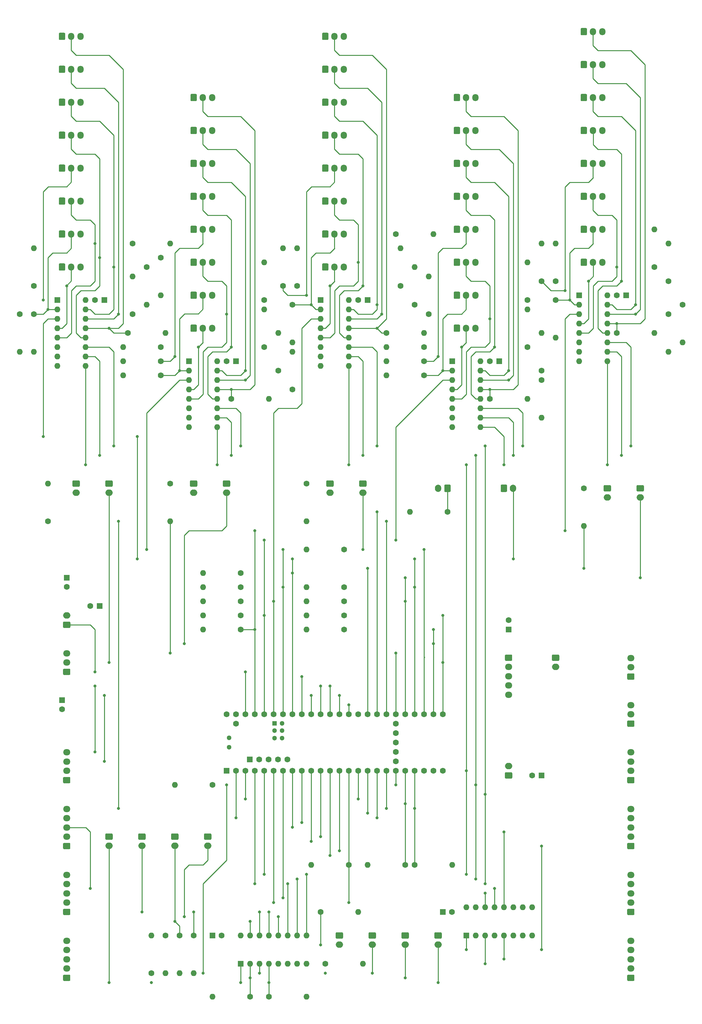
<source format=gbr>
%TF.GenerationSoftware,KiCad,Pcbnew,5.1.9*%
%TF.CreationDate,2021-03-20T19:28:51+01:00*%
%TF.ProjectId,mixer.pcb,6d697865-722e-4706-9362-2e6b69636164,0.2*%
%TF.SameCoordinates,Original*%
%TF.FileFunction,Copper,L4,Bot*%
%TF.FilePolarity,Positive*%
%FSLAX46Y46*%
G04 Gerber Fmt 4.6, Leading zero omitted, Abs format (unit mm)*
G04 Created by KiCad (PCBNEW 5.1.9) date 2021-03-20 19:28:51*
%MOMM*%
%LPD*%
G01*
G04 APERTURE LIST*
%TA.AperFunction,ComponentPad*%
%ADD10C,1.600000*%
%TD*%
%TA.AperFunction,ComponentPad*%
%ADD11R,1.600000X1.600000*%
%TD*%
%TA.AperFunction,ComponentPad*%
%ADD12R,1.300000X1.300000*%
%TD*%
%TA.AperFunction,ComponentPad*%
%ADD13C,1.300000*%
%TD*%
%TA.AperFunction,ComponentPad*%
%ADD14O,2.000000X1.700000*%
%TD*%
%TA.AperFunction,ComponentPad*%
%ADD15O,1.600000X1.600000*%
%TD*%
%TA.AperFunction,ComponentPad*%
%ADD16O,1.950000X1.700000*%
%TD*%
%TA.AperFunction,ComponentPad*%
%ADD17O,1.700000X1.950000*%
%TD*%
%TA.AperFunction,ComponentPad*%
%ADD18O,1.700000X2.000000*%
%TD*%
%TA.AperFunction,ViaPad*%
%ADD19C,0.800000*%
%TD*%
%TA.AperFunction,Conductor*%
%ADD20C,0.250000*%
%TD*%
G04 APERTURE END LIST*
D10*
%TO.P,U5,49*%
%TO.N,Net-(U5-Pad49)*%
X73660000Y-205740000D03*
%TO.P,U5,59*%
%TO.N,Net-(U5-Pad59)*%
X87579200Y-215389200D03*
%TO.P,U5,58*%
%TO.N,Net-(U5-Pad58)*%
X85039200Y-215389200D03*
%TO.P,U5,57*%
%TO.N,Net-(U5-Pad57)*%
X82499200Y-215389200D03*
%TO.P,U5,56*%
%TO.N,Net-(U5-Pad56)*%
X79959200Y-215389200D03*
D11*
%TO.P,U5,55*%
%TO.N,Net-(U5-Pad55)*%
X77419200Y-215389200D03*
D10*
%TO.P,U5,48*%
%TO.N,Net-(U5-Pad48)*%
X71120000Y-203200000D03*
%TO.P,U5,47*%
%TO.N,GND*%
X73660000Y-203200000D03*
%TO.P,U5,46*%
%TO.N,Net-(3.3V_Test2-Pad1)*%
X76200000Y-203200000D03*
%TO.P,U5,45*%
%TO.N,mux_master*%
X78740000Y-203200000D03*
%TO.P,U5,44*%
%TO.N,mux_ch4*%
X81280000Y-203200000D03*
%TO.P,U5,43*%
%TO.N,mux_ch3*%
X83820000Y-203200000D03*
%TO.P,U5,42*%
%TO.N,mux_ch2*%
X86360000Y-203200000D03*
%TO.P,U5,41*%
%TO.N,mux_ch1*%
X88900000Y-203200000D03*
%TO.P,U5,40*%
%TO.N,vu_din*%
X91440000Y-203200000D03*
%TO.P,U5,39*%
%TO.N,display_sda1*%
X93980000Y-203200000D03*
%TO.P,U5,38*%
%TO.N,display_scl1*%
X96520000Y-203200000D03*
%TO.P,U5,37*%
%TO.N,vu_cs*%
X99060000Y-203200000D03*
%TO.P,U5,36*%
%TO.N,vu_clk*%
X101600000Y-203200000D03*
%TO.P,U5,35*%
%TO.N,neopixel*%
X104140000Y-203200000D03*
D11*
%TO.P,U5,1*%
%TO.N,GND*%
X71120000Y-218440000D03*
D10*
%TO.P,U5,2*%
%TO.N,rEnc0_DT*%
X73660000Y-218440000D03*
%TO.P,U5,3*%
%TO.N,rEnc0_clk*%
X76200000Y-218440000D03*
%TO.P,U5,4*%
%TO.N,rEnc1_DT*%
X78740000Y-218440000D03*
%TO.P,U5,5*%
%TO.N,rEnc1_clk*%
X81280000Y-218440000D03*
%TO.P,U5,6*%
%TO.N,rEnc2_DT*%
X83820000Y-218440000D03*
%TO.P,U5,7*%
%TO.N,rEnc2_clk*%
X86360000Y-218440000D03*
%TO.P,U5,8*%
%TO.N,rEnc3_DT*%
X88900000Y-218440000D03*
%TO.P,U5,9*%
%TO.N,rEnc3_clk*%
X91440000Y-218440000D03*
%TO.P,U5,10*%
%TO.N,rEnc4_DT*%
X93980000Y-218440000D03*
%TO.P,U5,11*%
%TO.N,rEnc4_clk*%
X96520000Y-218440000D03*
%TO.P,U5,12*%
%TO.N,rEnc5_DT*%
X99060000Y-218440000D03*
%TO.P,U5,13*%
%TO.N,rEnc5_clk*%
X101600000Y-218440000D03*
%TO.P,U5,34*%
%TO.N,GND*%
X106680000Y-203200000D03*
%TO.P,U5,33*%
%TO.N,Net-(R30-Pad2)*%
X109220000Y-203200000D03*
%TO.P,U5,32*%
%TO.N,Net-(R31-Pad2)*%
X111760000Y-203200000D03*
%TO.P,U5,31*%
%TO.N,Net-(R32-Pad2)*%
X114300000Y-203200000D03*
%TO.P,U5,30*%
%TO.N,Net-(R33-Pad2)*%
X116840000Y-203200000D03*
%TO.P,U5,29*%
%TO.N,pfl_btn_master*%
X119380000Y-203200000D03*
%TO.P,U5,28*%
%TO.N,pfl_btn_ch4*%
X121920000Y-203200000D03*
%TO.P,U5,27*%
%TO.N,pfl_btn_ch3*%
X124460000Y-203200000D03*
%TO.P,U5,26*%
%TO.N,pfl_btn_ch2*%
X127000000Y-203200000D03*
%TO.P,U5,25*%
%TO.N,pfl_btn_ch1*%
X129540000Y-203200000D03*
%TO.P,U5,24*%
%TO.N,s2*%
X129540000Y-218440000D03*
%TO.P,U5,23*%
%TO.N,s1*%
X127000000Y-218440000D03*
%TO.P,U5,22*%
%TO.N,s0*%
X124460000Y-218440000D03*
%TO.P,U5,21*%
%TO.N,pin29*%
X121920000Y-218440000D03*
%TO.P,U5,14*%
%TO.N,mux_encBtn_fx*%
X104140000Y-218440000D03*
%TO.P,U5,15*%
%TO.N,Net-(3.3V_Test1-Pad1)*%
X106680000Y-218440000D03*
%TO.P,U5,16*%
%TO.N,display_scl2*%
X109220000Y-218440000D03*
%TO.P,U5,20*%
%TO.N,pin28*%
X119380000Y-218440000D03*
%TO.P,U5,19*%
%TO.N,mux_selBtn_fx*%
X116840000Y-218440000D03*
%TO.P,U5,18*%
%TO.N,Net-(R18-Pad1)*%
X114300000Y-218440000D03*
%TO.P,U5,17*%
%TO.N,display_sda2*%
X111760000Y-218440000D03*
D12*
%TO.P,U5,60*%
%TO.N,Net-(U5-Pad60)*%
X84090000Y-205638400D03*
D13*
%TO.P,U5,65*%
%TO.N,Net-(U5-Pad65)*%
X86090000Y-205638400D03*
%TO.P,U5,61*%
%TO.N,Net-(U5-Pad61)*%
X84090000Y-207638400D03*
%TO.P,U5,64*%
%TO.N,Net-(U5-Pad64)*%
X86090000Y-207638400D03*
%TO.P,U5,63*%
%TO.N,Net-(U5-Pad63)*%
X86090000Y-209638400D03*
%TO.P,U5,62*%
%TO.N,Net-(U5-Pad62)*%
X84090000Y-209638400D03*
D10*
%TO.P,U5,50*%
%TO.N,Net-(U5-Pad50)*%
X116840000Y-215900000D03*
%TO.P,U5,51*%
%TO.N,Net-(U5-Pad51)*%
X116840000Y-213360000D03*
%TO.P,U5,52*%
%TO.N,Net-(U5-Pad52)*%
X116840000Y-210820000D03*
%TO.P,U5,53*%
%TO.N,Net-(U5-Pad53)*%
X116840000Y-208280000D03*
%TO.P,U5,54*%
%TO.N,Net-(U5-Pad54)*%
X116840000Y-205740000D03*
D13*
%TO.P,U5,67*%
%TO.N,Net-(U5-Pad67)*%
X71850000Y-212090000D03*
%TO.P,U5,66*%
%TO.N,Net-(U5-Pad66)*%
X71850000Y-209550000D03*
%TD*%
%TO.P,pfl_btn_master1,1*%
%TO.N,+3V3*%
%TA.AperFunction,ComponentPad*%
G36*
G01*
X182130000Y-141390000D02*
X183630000Y-141390000D01*
G75*
G02*
X183880000Y-141640000I0J-250000D01*
G01*
X183880000Y-142840000D01*
G75*
G02*
X183630000Y-143090000I-250000J0D01*
G01*
X182130000Y-143090000D01*
G75*
G02*
X181880000Y-142840000I0J250000D01*
G01*
X181880000Y-141640000D01*
G75*
G02*
X182130000Y-141390000I250000J0D01*
G01*
G37*
%TD.AperFunction*%
D14*
%TO.P,pfl_btn_master1,2*%
%TO.N,pfl_btn_master*%
X182880000Y-144740000D03*
%TD*%
D10*
%TO.P,R26,1*%
%TO.N,Net-(MuxCh1_13-Pad2)*%
X53340000Y-107950000D03*
D15*
%TO.P,R26,2*%
%TO.N,GND*%
X43180000Y-107950000D03*
%TD*%
D10*
%TO.P,R2,1*%
%TO.N,Net-(FX-BTNs1-Pad14)*%
X62230000Y-262890000D03*
D15*
%TO.P,R2,2*%
%TO.N,GND*%
X62230000Y-273050000D03*
%TD*%
D10*
%TO.P,R13,1*%
%TO.N,Net-(MuxCh1-Pad1)*%
X15240000Y-95250000D03*
D15*
%TO.P,R13,2*%
%TO.N,GND*%
X15240000Y-105410000D03*
%TD*%
%TO.P,FX-BTNs1,16*%
%TO.N,+3V3*%
X74930000Y-262890000D03*
%TO.P,FX-BTNs1,8*%
%TO.N,GND*%
X92710000Y-270510000D03*
%TO.P,FX-BTNs1,15*%
%TO.N,Net-(FX-BTNs1-Pad15)*%
X77470000Y-262890000D03*
%TO.P,FX-BTNs1,7*%
%TO.N,GND*%
X90170000Y-270510000D03*
%TO.P,FX-BTNs1,14*%
%TO.N,Net-(FX-BTNs1-Pad14)*%
X80010000Y-262890000D03*
%TO.P,FX-BTNs1,6*%
%TO.N,GND*%
X87630000Y-270510000D03*
%TO.P,FX-BTNs1,13*%
%TO.N,Net-(FX-BTNs1-Pad13)*%
X82550000Y-262890000D03*
%TO.P,FX-BTNs1,5*%
%TO.N,Net-(FX-BTNs1-Pad5)*%
X85090000Y-270510000D03*
%TO.P,FX-BTNs1,12*%
%TO.N,Net-(FX-BTNs1-Pad12)*%
X85090000Y-262890000D03*
%TO.P,FX-BTNs1,4*%
%TO.N,Net-(FX-BTNs1-Pad4)*%
X82550000Y-270510000D03*
%TO.P,FX-BTNs1,11*%
%TO.N,s0*%
X87630000Y-262890000D03*
%TO.P,FX-BTNs1,3*%
%TO.N,mux_selBtn_fx*%
X80010000Y-270510000D03*
%TO.P,FX-BTNs1,10*%
%TO.N,s1*%
X90170000Y-262890000D03*
%TO.P,FX-BTNs1,2*%
%TO.N,Net-(FX-BTNs1-Pad2)*%
X77470000Y-270510000D03*
%TO.P,FX-BTNs1,9*%
%TO.N,s2*%
X92710000Y-262890000D03*
D11*
%TO.P,FX-BTNs1,1*%
%TO.N,Net-(FX-BTNs1-Pad1)*%
X74930000Y-270510000D03*
%TD*%
D16*
%TO.P,fx1_enc2,5*%
%TO.N,rEnc1_clk*%
X27940000Y-246540000D03*
%TO.P,fx1_enc2,4*%
%TO.N,rEnc1_DT*%
X27940000Y-249040000D03*
%TO.P,fx1_enc2,3*%
%TO.N,Net-(fx1_enc2-Pad3)*%
X27940000Y-251540000D03*
%TO.P,fx1_enc2,2*%
%TO.N,GND*%
X27940000Y-254040000D03*
%TO.P,fx1_enc2,1*%
%TO.N,+3V3*%
%TA.AperFunction,ComponentPad*%
G36*
G01*
X28665000Y-257390000D02*
X27215000Y-257390000D01*
G75*
G02*
X26965000Y-257140000I0J250000D01*
G01*
X26965000Y-255940000D01*
G75*
G02*
X27215000Y-255690000I250000J0D01*
G01*
X28665000Y-255690000D01*
G75*
G02*
X28915000Y-255940000I0J-250000D01*
G01*
X28915000Y-257140000D01*
G75*
G02*
X28665000Y-257390000I-250000J0D01*
G01*
G37*
%TD.AperFunction*%
%TD*%
D17*
%TO.P,MuxCh1_4,3*%
%TO.N,GND*%
X31670000Y-46990000D03*
%TO.P,MuxCh1_4,2*%
%TO.N,Net-(MuxCh1-Pad12)*%
X29170000Y-46990000D03*
%TO.P,MuxCh1_4,1*%
%TO.N,+3V3*%
%TA.AperFunction,ComponentPad*%
G36*
G01*
X25820000Y-47715000D02*
X25820000Y-46265000D01*
G75*
G02*
X26070000Y-46015000I250000J0D01*
G01*
X27270000Y-46015000D01*
G75*
G02*
X27520000Y-46265000I0J-250000D01*
G01*
X27520000Y-47715000D01*
G75*
G02*
X27270000Y-47965000I-250000J0D01*
G01*
X26070000Y-47965000D01*
G75*
G02*
X25820000Y-47715000I0J250000D01*
G01*
G37*
%TD.AperFunction*%
%TD*%
%TO.P,MuxCh1_5,3*%
%TO.N,GND*%
X31670000Y-55880000D03*
%TO.P,MuxCh1_5,2*%
%TO.N,Net-(MuxCh1-Pad1)*%
X29170000Y-55880000D03*
%TO.P,MuxCh1_5,1*%
%TO.N,+3V3*%
%TA.AperFunction,ComponentPad*%
G36*
G01*
X25820000Y-56605000D02*
X25820000Y-55155000D01*
G75*
G02*
X26070000Y-54905000I250000J0D01*
G01*
X27270000Y-54905000D01*
G75*
G02*
X27520000Y-55155000I0J-250000D01*
G01*
X27520000Y-56605000D01*
G75*
G02*
X27270000Y-56855000I-250000J0D01*
G01*
X26070000Y-56855000D01*
G75*
G02*
X25820000Y-56605000I0J250000D01*
G01*
G37*
%TD.AperFunction*%
%TD*%
%TO.P,MuxCh1_2,1*%
%TO.N,+3V3*%
%TA.AperFunction,ComponentPad*%
G36*
G01*
X25820000Y-29935000D02*
X25820000Y-28485000D01*
G75*
G02*
X26070000Y-28235000I250000J0D01*
G01*
X27270000Y-28235000D01*
G75*
G02*
X27520000Y-28485000I0J-250000D01*
G01*
X27520000Y-29935000D01*
G75*
G02*
X27270000Y-30185000I-250000J0D01*
G01*
X26070000Y-30185000D01*
G75*
G02*
X25820000Y-29935000I0J250000D01*
G01*
G37*
%TD.AperFunction*%
%TO.P,MuxCh1_2,2*%
%TO.N,Net-(MuxCh1-Pad14)*%
X29170000Y-29210000D03*
%TO.P,MuxCh1_2,3*%
%TO.N,GND*%
X31670000Y-29210000D03*
%TD*%
D11*
%TO.P,MuxCh1,1*%
%TO.N,Net-(MuxCh1-Pad1)*%
X25400000Y-91440000D03*
D15*
%TO.P,MuxCh1,9*%
%TO.N,s2*%
X33020000Y-109220000D03*
%TO.P,MuxCh1,2*%
%TO.N,Net-(MuxCh1-Pad2)*%
X25400000Y-93980000D03*
%TO.P,MuxCh1,10*%
%TO.N,s1*%
X33020000Y-106680000D03*
%TO.P,MuxCh1,3*%
%TO.N,mux_ch1*%
X25400000Y-96520000D03*
%TO.P,MuxCh1,11*%
%TO.N,s0*%
X33020000Y-104140000D03*
%TO.P,MuxCh1,4*%
%TO.N,Net-(MuxCh1-Pad4)*%
X25400000Y-99060000D03*
%TO.P,MuxCh1,12*%
%TO.N,Net-(MuxCh1-Pad12)*%
X33020000Y-101600000D03*
%TO.P,MuxCh1,5*%
%TO.N,Net-(MuxCh1-Pad5)*%
X25400000Y-101600000D03*
%TO.P,MuxCh1,13*%
%TO.N,Net-(MuxCh1-Pad13)*%
X33020000Y-99060000D03*
%TO.P,MuxCh1,6*%
%TO.N,GND*%
X25400000Y-104140000D03*
%TO.P,MuxCh1,14*%
%TO.N,Net-(MuxCh1-Pad14)*%
X33020000Y-96520000D03*
%TO.P,MuxCh1,7*%
%TO.N,GND*%
X25400000Y-106680000D03*
%TO.P,MuxCh1,15*%
%TO.N,Net-(MuxCh1-Pad15)*%
X33020000Y-93980000D03*
%TO.P,MuxCh1,8*%
%TO.N,GND*%
X25400000Y-109220000D03*
%TO.P,MuxCh1,16*%
%TO.N,+3V3*%
X33020000Y-91440000D03*
%TD*%
D17*
%TO.P,MuxCh1_3,3*%
%TO.N,GND*%
X31670000Y-38100000D03*
%TO.P,MuxCh1_3,2*%
%TO.N,Net-(MuxCh1-Pad15)*%
X29170000Y-38100000D03*
%TO.P,MuxCh1_3,1*%
%TO.N,+3V3*%
%TA.AperFunction,ComponentPad*%
G36*
G01*
X25820000Y-38825000D02*
X25820000Y-37375000D01*
G75*
G02*
X26070000Y-37125000I250000J0D01*
G01*
X27270000Y-37125000D01*
G75*
G02*
X27520000Y-37375000I0J-250000D01*
G01*
X27520000Y-38825000D01*
G75*
G02*
X27270000Y-39075000I-250000J0D01*
G01*
X26070000Y-39075000D01*
G75*
G02*
X25820000Y-38825000I0J250000D01*
G01*
G37*
%TD.AperFunction*%
%TD*%
%TO.P,MuxCh1_6,1*%
%TO.N,+3V3*%
%TA.AperFunction,ComponentPad*%
G36*
G01*
X25820000Y-65495000D02*
X25820000Y-64045000D01*
G75*
G02*
X26070000Y-63795000I250000J0D01*
G01*
X27270000Y-63795000D01*
G75*
G02*
X27520000Y-64045000I0J-250000D01*
G01*
X27520000Y-65495000D01*
G75*
G02*
X27270000Y-65745000I-250000J0D01*
G01*
X26070000Y-65745000D01*
G75*
G02*
X25820000Y-65495000I0J250000D01*
G01*
G37*
%TD.AperFunction*%
%TO.P,MuxCh1_6,2*%
%TO.N,Net-(MuxCh1-Pad5)*%
X29170000Y-64770000D03*
%TO.P,MuxCh1_6,3*%
%TO.N,GND*%
X31670000Y-64770000D03*
%TD*%
%TO.P,MuxCh1_7,1*%
%TO.N,+3V3*%
%TA.AperFunction,ComponentPad*%
G36*
G01*
X25820000Y-74385000D02*
X25820000Y-72935000D01*
G75*
G02*
X26070000Y-72685000I250000J0D01*
G01*
X27270000Y-72685000D01*
G75*
G02*
X27520000Y-72935000I0J-250000D01*
G01*
X27520000Y-74385000D01*
G75*
G02*
X27270000Y-74635000I-250000J0D01*
G01*
X26070000Y-74635000D01*
G75*
G02*
X25820000Y-74385000I0J250000D01*
G01*
G37*
%TD.AperFunction*%
%TO.P,MuxCh1_7,2*%
%TO.N,Net-(MuxCh1-Pad2)*%
X29170000Y-73660000D03*
%TO.P,MuxCh1_7,3*%
%TO.N,GND*%
X31670000Y-73660000D03*
%TD*%
%TO.P,MuxCh1_8,3*%
%TO.N,GND*%
X31670000Y-82550000D03*
%TO.P,MuxCh1_8,2*%
%TO.N,Net-(MuxCh1-Pad4)*%
X29170000Y-82550000D03*
%TO.P,MuxCh1_8,1*%
%TO.N,+3V3*%
%TA.AperFunction,ComponentPad*%
G36*
G01*
X25820000Y-83275000D02*
X25820000Y-81825000D01*
G75*
G02*
X26070000Y-81575000I250000J0D01*
G01*
X27270000Y-81575000D01*
G75*
G02*
X27520000Y-81825000I0J-250000D01*
G01*
X27520000Y-83275000D01*
G75*
G02*
X27270000Y-83525000I-250000J0D01*
G01*
X26070000Y-83525000D01*
G75*
G02*
X25820000Y-83275000I0J250000D01*
G01*
G37*
%TD.AperFunction*%
%TD*%
%TO.P,MuxCh1_1,3*%
%TO.N,GND*%
X31670000Y-20320000D03*
%TO.P,MuxCh1_1,2*%
%TO.N,Net-(MuxCh1-Pad13)*%
X29170000Y-20320000D03*
%TO.P,MuxCh1_1,1*%
%TO.N,+3V3*%
%TA.AperFunction,ComponentPad*%
G36*
G01*
X25820000Y-21045000D02*
X25820000Y-19595000D01*
G75*
G02*
X26070000Y-19345000I250000J0D01*
G01*
X27270000Y-19345000D01*
G75*
G02*
X27520000Y-19595000I0J-250000D01*
G01*
X27520000Y-21045000D01*
G75*
G02*
X27270000Y-21295000I-250000J0D01*
G01*
X26070000Y-21295000D01*
G75*
G02*
X25820000Y-21045000I0J250000D01*
G01*
G37*
%TD.AperFunction*%
%TD*%
%TO.P,NeoPixel1,1*%
%TO.N,+3V3*%
%TA.AperFunction,ComponentPad*%
G36*
G01*
X28665000Y-192620000D02*
X27215000Y-192620000D01*
G75*
G02*
X26965000Y-192370000I0J250000D01*
G01*
X26965000Y-191170000D01*
G75*
G02*
X27215000Y-190920000I250000J0D01*
G01*
X28665000Y-190920000D01*
G75*
G02*
X28915000Y-191170000I0J-250000D01*
G01*
X28915000Y-192370000D01*
G75*
G02*
X28665000Y-192620000I-250000J0D01*
G01*
G37*
%TD.AperFunction*%
D16*
%TO.P,NeoPixel1,2*%
%TO.N,neopixel*%
X27940000Y-189270000D03*
%TO.P,NeoPixel1,3*%
%TO.N,GND*%
X27940000Y-186770000D03*
%TD*%
%TO.P,vu_matrix,5*%
%TO.N,vu_clk*%
X147320000Y-197960000D03*
%TO.P,vu_matrix,4*%
%TO.N,vu_cs*%
X147320000Y-195460000D03*
%TO.P,vu_matrix,3*%
%TO.N,vu_din*%
X147320000Y-192960000D03*
%TO.P,vu_matrix,2*%
%TO.N,GND*%
X147320000Y-190460000D03*
%TO.P,vu_matrix,1*%
%TO.N,+3V3*%
%TA.AperFunction,ComponentPad*%
G36*
G01*
X146595000Y-187110000D02*
X148045000Y-187110000D01*
G75*
G02*
X148295000Y-187360000I0J-250000D01*
G01*
X148295000Y-188560000D01*
G75*
G02*
X148045000Y-188810000I-250000J0D01*
G01*
X146595000Y-188810000D01*
G75*
G02*
X146345000Y-188560000I0J250000D01*
G01*
X146345000Y-187360000D01*
G75*
G02*
X146595000Y-187110000I250000J0D01*
G01*
G37*
%TD.AperFunction*%
%TD*%
%TO.P,display_1,1*%
%TO.N,+3V3*%
%TA.AperFunction,ComponentPad*%
G36*
G01*
X28665000Y-221830000D02*
X27215000Y-221830000D01*
G75*
G02*
X26965000Y-221580000I0J250000D01*
G01*
X26965000Y-220380000D01*
G75*
G02*
X27215000Y-220130000I250000J0D01*
G01*
X28665000Y-220130000D01*
G75*
G02*
X28915000Y-220380000I0J-250000D01*
G01*
X28915000Y-221580000D01*
G75*
G02*
X28665000Y-221830000I-250000J0D01*
G01*
G37*
%TD.AperFunction*%
%TO.P,display_1,2*%
%TO.N,GND*%
X27940000Y-218480000D03*
%TO.P,display_1,3*%
%TO.N,display_sda1*%
X27940000Y-215980000D03*
%TO.P,display_1,4*%
%TO.N,display_scl1*%
X27940000Y-213480000D03*
%TD*%
%TO.P,display_2,4*%
%TO.N,display_scl2*%
X180340000Y-213480000D03*
%TO.P,display_2,3*%
%TO.N,display_sda2*%
X180340000Y-215980000D03*
%TO.P,display_2,2*%
%TO.N,GND*%
X180340000Y-218480000D03*
%TO.P,display_2,1*%
%TO.N,+3V3*%
%TA.AperFunction,ComponentPad*%
G36*
G01*
X181065000Y-221830000D02*
X179615000Y-221830000D01*
G75*
G02*
X179365000Y-221580000I0J250000D01*
G01*
X179365000Y-220380000D01*
G75*
G02*
X179615000Y-220130000I250000J0D01*
G01*
X181065000Y-220130000D01*
G75*
G02*
X181315000Y-220380000I0J-250000D01*
G01*
X181315000Y-221580000D01*
G75*
G02*
X181065000Y-221830000I-250000J0D01*
G01*
G37*
%TD.AperFunction*%
%TD*%
%TO.P,fx1_btn1,1*%
%TO.N,+3V3*%
%TA.AperFunction,ComponentPad*%
G36*
G01*
X100850000Y-262040000D02*
X102350000Y-262040000D01*
G75*
G02*
X102600000Y-262290000I0J-250000D01*
G01*
X102600000Y-263490000D01*
G75*
G02*
X102350000Y-263740000I-250000J0D01*
G01*
X100850000Y-263740000D01*
G75*
G02*
X100600000Y-263490000I0J250000D01*
G01*
X100600000Y-262290000D01*
G75*
G02*
X100850000Y-262040000I250000J0D01*
G01*
G37*
%TD.AperFunction*%
D14*
%TO.P,fx1_btn1,2*%
%TO.N,Net-(FX-BTNs1-Pad13)*%
X101600000Y-265390000D03*
%TD*%
%TO.P,fx1_btn2,2*%
%TO.N,Net-(FX-BTNs1-Pad14)*%
X48260000Y-238720000D03*
%TO.P,fx1_btn2,1*%
%TO.N,+3V3*%
%TA.AperFunction,ComponentPad*%
G36*
G01*
X47510000Y-235370000D02*
X49010000Y-235370000D01*
G75*
G02*
X49260000Y-235620000I0J-250000D01*
G01*
X49260000Y-236820000D01*
G75*
G02*
X49010000Y-237070000I-250000J0D01*
G01*
X47510000Y-237070000D01*
G75*
G02*
X47260000Y-236820000I0J250000D01*
G01*
X47260000Y-235620000D01*
G75*
G02*
X47510000Y-235370000I250000J0D01*
G01*
G37*
%TD.AperFunction*%
%TD*%
%TO.P,fx1_btn3,2*%
%TO.N,Net-(FX-BTNs1-Pad15)*%
X57150000Y-238720000D03*
%TO.P,fx1_btn3,1*%
%TO.N,+3V3*%
%TA.AperFunction,ComponentPad*%
G36*
G01*
X56400000Y-235370000D02*
X57900000Y-235370000D01*
G75*
G02*
X58150000Y-235620000I0J-250000D01*
G01*
X58150000Y-236820000D01*
G75*
G02*
X57900000Y-237070000I-250000J0D01*
G01*
X56400000Y-237070000D01*
G75*
G02*
X56150000Y-236820000I0J250000D01*
G01*
X56150000Y-235620000D01*
G75*
G02*
X56400000Y-235370000I250000J0D01*
G01*
G37*
%TD.AperFunction*%
%TD*%
%TO.P,fx1_btn4,1*%
%TO.N,+3V3*%
%TA.AperFunction,ComponentPad*%
G36*
G01*
X65290000Y-235370000D02*
X66790000Y-235370000D01*
G75*
G02*
X67040000Y-235620000I0J-250000D01*
G01*
X67040000Y-236820000D01*
G75*
G02*
X66790000Y-237070000I-250000J0D01*
G01*
X65290000Y-237070000D01*
G75*
G02*
X65040000Y-236820000I0J250000D01*
G01*
X65040000Y-235620000D01*
G75*
G02*
X65290000Y-235370000I250000J0D01*
G01*
G37*
%TD.AperFunction*%
%TO.P,fx1_btn4,2*%
%TO.N,Net-(FX-BTNs1-Pad12)*%
X66040000Y-238720000D03*
%TD*%
D16*
%TO.P,fx1_enc1,5*%
%TO.N,rEnc0_clk*%
X27940000Y-228760000D03*
%TO.P,fx1_enc1,4*%
%TO.N,rEnc0_DT*%
X27940000Y-231260000D03*
%TO.P,fx1_enc1,3*%
%TO.N,Net-(fx1_enc1-Pad3)*%
X27940000Y-233760000D03*
%TO.P,fx1_enc1,2*%
%TO.N,GND*%
X27940000Y-236260000D03*
%TO.P,fx1_enc1,1*%
%TO.N,+3V3*%
%TA.AperFunction,ComponentPad*%
G36*
G01*
X28665000Y-239610000D02*
X27215000Y-239610000D01*
G75*
G02*
X26965000Y-239360000I0J250000D01*
G01*
X26965000Y-238160000D01*
G75*
G02*
X27215000Y-237910000I250000J0D01*
G01*
X28665000Y-237910000D01*
G75*
G02*
X28915000Y-238160000I0J-250000D01*
G01*
X28915000Y-239360000D01*
G75*
G02*
X28665000Y-239610000I-250000J0D01*
G01*
G37*
%TD.AperFunction*%
%TD*%
%TO.P,fx1_enc3,5*%
%TO.N,rEnc2_clk*%
X27940000Y-264320000D03*
%TO.P,fx1_enc3,4*%
%TO.N,rEnc2_DT*%
X27940000Y-266820000D03*
%TO.P,fx1_enc3,3*%
%TO.N,Net-(fx1_enc3-Pad3)*%
X27940000Y-269320000D03*
%TO.P,fx1_enc3,2*%
%TO.N,GND*%
X27940000Y-271820000D03*
%TO.P,fx1_enc3,1*%
%TO.N,+3V3*%
%TA.AperFunction,ComponentPad*%
G36*
G01*
X28665000Y-275170000D02*
X27215000Y-275170000D01*
G75*
G02*
X26965000Y-274920000I0J250000D01*
G01*
X26965000Y-273720000D01*
G75*
G02*
X27215000Y-273470000I250000J0D01*
G01*
X28665000Y-273470000D01*
G75*
G02*
X28915000Y-273720000I0J-250000D01*
G01*
X28915000Y-274920000D01*
G75*
G02*
X28665000Y-275170000I-250000J0D01*
G01*
G37*
%TD.AperFunction*%
%TD*%
D14*
%TO.P,fx2_btn1,2*%
%TO.N,Net-(FX-BTNs1-Pad1)*%
X39370000Y-238720000D03*
%TO.P,fx2_btn1,1*%
%TO.N,+3V3*%
%TA.AperFunction,ComponentPad*%
G36*
G01*
X38620000Y-235370000D02*
X40120000Y-235370000D01*
G75*
G02*
X40370000Y-235620000I0J-250000D01*
G01*
X40370000Y-236820000D01*
G75*
G02*
X40120000Y-237070000I-250000J0D01*
G01*
X38620000Y-237070000D01*
G75*
G02*
X38370000Y-236820000I0J250000D01*
G01*
X38370000Y-235620000D01*
G75*
G02*
X38620000Y-235370000I250000J0D01*
G01*
G37*
%TD.AperFunction*%
%TD*%
%TO.P,fx2_btn2,1*%
%TO.N,+3V3*%
%TA.AperFunction,ComponentPad*%
G36*
G01*
X109740000Y-262040000D02*
X111240000Y-262040000D01*
G75*
G02*
X111490000Y-262290000I0J-250000D01*
G01*
X111490000Y-263490000D01*
G75*
G02*
X111240000Y-263740000I-250000J0D01*
G01*
X109740000Y-263740000D01*
G75*
G02*
X109490000Y-263490000I0J250000D01*
G01*
X109490000Y-262290000D01*
G75*
G02*
X109740000Y-262040000I250000J0D01*
G01*
G37*
%TD.AperFunction*%
%TO.P,fx2_btn2,2*%
%TO.N,Net-(FX-BTNs1-Pad5)*%
X110490000Y-265390000D03*
%TD*%
%TO.P,fx2_btn3,2*%
%TO.N,Net-(FX-BTNs1-Pad2)*%
X119380000Y-265390000D03*
%TO.P,fx2_btn3,1*%
%TO.N,+3V3*%
%TA.AperFunction,ComponentPad*%
G36*
G01*
X118630000Y-262040000D02*
X120130000Y-262040000D01*
G75*
G02*
X120380000Y-262290000I0J-250000D01*
G01*
X120380000Y-263490000D01*
G75*
G02*
X120130000Y-263740000I-250000J0D01*
G01*
X118630000Y-263740000D01*
G75*
G02*
X118380000Y-263490000I0J250000D01*
G01*
X118380000Y-262290000D01*
G75*
G02*
X118630000Y-262040000I250000J0D01*
G01*
G37*
%TD.AperFunction*%
%TD*%
%TO.P,fx2_btn4,1*%
%TO.N,+3V3*%
%TA.AperFunction,ComponentPad*%
G36*
G01*
X127520000Y-262040000D02*
X129020000Y-262040000D01*
G75*
G02*
X129270000Y-262290000I0J-250000D01*
G01*
X129270000Y-263490000D01*
G75*
G02*
X129020000Y-263740000I-250000J0D01*
G01*
X127520000Y-263740000D01*
G75*
G02*
X127270000Y-263490000I0J250000D01*
G01*
X127270000Y-262290000D01*
G75*
G02*
X127520000Y-262040000I250000J0D01*
G01*
G37*
%TD.AperFunction*%
%TO.P,fx2_btn4,2*%
%TO.N,Net-(FX-BTNs1-Pad4)*%
X128270000Y-265390000D03*
%TD*%
%TO.P,fx2_enc1,1*%
%TO.N,+3V3*%
%TA.AperFunction,ComponentPad*%
G36*
G01*
X181065000Y-239610000D02*
X179615000Y-239610000D01*
G75*
G02*
X179365000Y-239360000I0J250000D01*
G01*
X179365000Y-238160000D01*
G75*
G02*
X179615000Y-237910000I250000J0D01*
G01*
X181065000Y-237910000D01*
G75*
G02*
X181315000Y-238160000I0J-250000D01*
G01*
X181315000Y-239360000D01*
G75*
G02*
X181065000Y-239610000I-250000J0D01*
G01*
G37*
%TD.AperFunction*%
D16*
%TO.P,fx2_enc1,2*%
%TO.N,GND*%
X180340000Y-236260000D03*
%TO.P,fx2_enc1,3*%
%TO.N,Net-(fx2_enc1-Pad3)*%
X180340000Y-233760000D03*
%TO.P,fx2_enc1,4*%
%TO.N,rEnc3_DT*%
X180340000Y-231260000D03*
%TO.P,fx2_enc1,5*%
%TO.N,rEnc3_clk*%
X180340000Y-228760000D03*
%TD*%
%TO.P,fx2_enc2,5*%
%TO.N,rEnc4_clk*%
X180340000Y-246540000D03*
%TO.P,fx2_enc2,4*%
%TO.N,rEnc4_DT*%
X180340000Y-249040000D03*
%TO.P,fx2_enc2,3*%
%TO.N,Net-(fx2_enc2-Pad3)*%
X180340000Y-251540000D03*
%TO.P,fx2_enc2,2*%
%TO.N,GND*%
X180340000Y-254040000D03*
%TO.P,fx2_enc2,1*%
%TO.N,+3V3*%
%TA.AperFunction,ComponentPad*%
G36*
G01*
X181065000Y-257390000D02*
X179615000Y-257390000D01*
G75*
G02*
X179365000Y-257140000I0J250000D01*
G01*
X179365000Y-255940000D01*
G75*
G02*
X179615000Y-255690000I250000J0D01*
G01*
X181065000Y-255690000D01*
G75*
G02*
X181315000Y-255940000I0J-250000D01*
G01*
X181315000Y-257140000D01*
G75*
G02*
X181065000Y-257390000I-250000J0D01*
G01*
G37*
%TD.AperFunction*%
%TD*%
%TO.P,fx2_enc3,1*%
%TO.N,+3V3*%
%TA.AperFunction,ComponentPad*%
G36*
G01*
X181065000Y-275170000D02*
X179615000Y-275170000D01*
G75*
G02*
X179365000Y-274920000I0J250000D01*
G01*
X179365000Y-273720000D01*
G75*
G02*
X179615000Y-273470000I250000J0D01*
G01*
X181065000Y-273470000D01*
G75*
G02*
X181315000Y-273720000I0J-250000D01*
G01*
X181315000Y-274920000D01*
G75*
G02*
X181065000Y-275170000I-250000J0D01*
G01*
G37*
%TD.AperFunction*%
%TO.P,fx2_enc3,2*%
%TO.N,GND*%
X180340000Y-271820000D03*
%TO.P,fx2_enc3,3*%
%TO.N,Net-(fx2_enc3-Pad3)*%
X180340000Y-269320000D03*
%TO.P,fx2_enc3,4*%
%TO.N,rEnc5_DT*%
X180340000Y-266820000D03*
%TO.P,fx2_enc3,5*%
%TO.N,rEnc5_clk*%
X180340000Y-264320000D03*
%TD*%
D11*
%TO.P,fxEncBtns1,1*%
%TO.N,Net-(fx2_enc2-Pad3)*%
X135890000Y-262890000D03*
D15*
%TO.P,fxEncBtns1,9*%
%TO.N,s2*%
X153670000Y-255270000D03*
%TO.P,fxEncBtns1,2*%
%TO.N,Net-(fxEncBtns1-Pad2)*%
X138430000Y-262890000D03*
%TO.P,fxEncBtns1,10*%
%TO.N,s1*%
X151130000Y-255270000D03*
%TO.P,fxEncBtns1,3*%
%TO.N,mux_encBtn_fx*%
X140970000Y-262890000D03*
%TO.P,fxEncBtns1,11*%
%TO.N,s0*%
X148590000Y-255270000D03*
%TO.P,fxEncBtns1,4*%
%TO.N,Net-(fxEncBtns1-Pad4)*%
X143510000Y-262890000D03*
%TO.P,fxEncBtns1,12*%
%TO.N,Net-(fx2_enc1-Pad3)*%
X146050000Y-255270000D03*
%TO.P,fxEncBtns1,5*%
%TO.N,Net-(fx2_enc3-Pad3)*%
X146050000Y-262890000D03*
%TO.P,fxEncBtns1,13*%
%TO.N,Net-(fx1_enc1-Pad3)*%
X143510000Y-255270000D03*
%TO.P,fxEncBtns1,6*%
%TO.N,GND*%
X148590000Y-262890000D03*
%TO.P,fxEncBtns1,14*%
%TO.N,Net-(fx1_enc2-Pad3)*%
X140970000Y-255270000D03*
%TO.P,fxEncBtns1,7*%
%TO.N,GND*%
X151130000Y-262890000D03*
%TO.P,fxEncBtns1,15*%
%TO.N,Net-(fx1_enc3-Pad3)*%
X138430000Y-255270000D03*
%TO.P,fxEncBtns1,8*%
%TO.N,GND*%
X153670000Y-262890000D03*
%TO.P,fxEncBtns1,16*%
%TO.N,+3V3*%
X135890000Y-255270000D03*
%TD*%
%TO.P,pfl_btn_1,1*%
%TO.N,+3V3*%
%TA.AperFunction,ComponentPad*%
G36*
G01*
X38620000Y-140120000D02*
X40120000Y-140120000D01*
G75*
G02*
X40370000Y-140370000I0J-250000D01*
G01*
X40370000Y-141570000D01*
G75*
G02*
X40120000Y-141820000I-250000J0D01*
G01*
X38620000Y-141820000D01*
G75*
G02*
X38370000Y-141570000I0J250000D01*
G01*
X38370000Y-140370000D01*
G75*
G02*
X38620000Y-140120000I250000J0D01*
G01*
G37*
%TD.AperFunction*%
D14*
%TO.P,pfl_btn_1,2*%
%TO.N,pfl_btn_ch1*%
X39370000Y-143470000D03*
%TD*%
%TO.P,pfl_btn_2,2*%
%TO.N,pfl_btn_ch2*%
X71120000Y-143470000D03*
%TO.P,pfl_btn_2,1*%
%TO.N,+3V3*%
%TA.AperFunction,ComponentPad*%
G36*
G01*
X70370000Y-140120000D02*
X71870000Y-140120000D01*
G75*
G02*
X72120000Y-140370000I0J-250000D01*
G01*
X72120000Y-141570000D01*
G75*
G02*
X71870000Y-141820000I-250000J0D01*
G01*
X70370000Y-141820000D01*
G75*
G02*
X70120000Y-141570000I0J250000D01*
G01*
X70120000Y-140370000D01*
G75*
G02*
X70370000Y-140120000I250000J0D01*
G01*
G37*
%TD.AperFunction*%
%TD*%
%TO.P,pfl_btn_3,1*%
%TO.N,+3V3*%
%TA.AperFunction,ComponentPad*%
G36*
G01*
X107200000Y-140120000D02*
X108700000Y-140120000D01*
G75*
G02*
X108950000Y-140370000I0J-250000D01*
G01*
X108950000Y-141570000D01*
G75*
G02*
X108700000Y-141820000I-250000J0D01*
G01*
X107200000Y-141820000D01*
G75*
G02*
X106950000Y-141570000I0J250000D01*
G01*
X106950000Y-140370000D01*
G75*
G02*
X107200000Y-140120000I250000J0D01*
G01*
G37*
%TD.AperFunction*%
%TO.P,pfl_btn_3,2*%
%TO.N,pfl_btn_ch3*%
X107950000Y-143470000D03*
%TD*%
D18*
%TO.P,pfl_btn_4,2*%
%TO.N,pfl_btn_ch4*%
X148550000Y-142240000D03*
%TO.P,pfl_btn_4,1*%
%TO.N,+3V3*%
%TA.AperFunction,ComponentPad*%
G36*
G01*
X145200000Y-142990000D02*
X145200000Y-141490000D01*
G75*
G02*
X145450000Y-141240000I250000J0D01*
G01*
X146650000Y-141240000D01*
G75*
G02*
X146900000Y-141490000I0J-250000D01*
G01*
X146900000Y-142990000D01*
G75*
G02*
X146650000Y-143240000I-250000J0D01*
G01*
X145450000Y-143240000D01*
G75*
G02*
X145200000Y-142990000I0J250000D01*
G01*
G37*
%TD.AperFunction*%
%TD*%
D14*
%TO.P,pfl_led_1,2*%
%TO.N,GND*%
X30480000Y-143470000D03*
%TO.P,pfl_led_1,1*%
%TO.N,pfl_led_ch1*%
%TA.AperFunction,ComponentPad*%
G36*
G01*
X29730000Y-140120000D02*
X31230000Y-140120000D01*
G75*
G02*
X31480000Y-140370000I0J-250000D01*
G01*
X31480000Y-141570000D01*
G75*
G02*
X31230000Y-141820000I-250000J0D01*
G01*
X29730000Y-141820000D01*
G75*
G02*
X29480000Y-141570000I0J250000D01*
G01*
X29480000Y-140370000D01*
G75*
G02*
X29730000Y-140120000I250000J0D01*
G01*
G37*
%TD.AperFunction*%
%TD*%
%TO.P,pfl_led_2,1*%
%TO.N,pfl_led_ch2*%
%TA.AperFunction,ComponentPad*%
G36*
G01*
X61480000Y-140120000D02*
X62980000Y-140120000D01*
G75*
G02*
X63230000Y-140370000I0J-250000D01*
G01*
X63230000Y-141570000D01*
G75*
G02*
X62980000Y-141820000I-250000J0D01*
G01*
X61480000Y-141820000D01*
G75*
G02*
X61230000Y-141570000I0J250000D01*
G01*
X61230000Y-140370000D01*
G75*
G02*
X61480000Y-140120000I250000J0D01*
G01*
G37*
%TD.AperFunction*%
%TO.P,pfl_led_2,2*%
%TO.N,GND*%
X62230000Y-143470000D03*
%TD*%
%TO.P,pfl_led_3,1*%
%TO.N,pfl_led_ch3*%
%TA.AperFunction,ComponentPad*%
G36*
G01*
X98310000Y-140120000D02*
X99810000Y-140120000D01*
G75*
G02*
X100060000Y-140370000I0J-250000D01*
G01*
X100060000Y-141570000D01*
G75*
G02*
X99810000Y-141820000I-250000J0D01*
G01*
X98310000Y-141820000D01*
G75*
G02*
X98060000Y-141570000I0J250000D01*
G01*
X98060000Y-140370000D01*
G75*
G02*
X98310000Y-140120000I250000J0D01*
G01*
G37*
%TD.AperFunction*%
%TO.P,pfl_led_3,2*%
%TO.N,GND*%
X99060000Y-143470000D03*
%TD*%
D18*
%TO.P,pfl_led_4,2*%
%TO.N,GND*%
X128310000Y-142240000D03*
%TO.P,pfl_led_4,1*%
%TO.N,pfl_led_ch4*%
%TA.AperFunction,ComponentPad*%
G36*
G01*
X131660000Y-141490000D02*
X131660000Y-142990000D01*
G75*
G02*
X131410000Y-143240000I-250000J0D01*
G01*
X130210000Y-143240000D01*
G75*
G02*
X129960000Y-142990000I0J250000D01*
G01*
X129960000Y-141490000D01*
G75*
G02*
X130210000Y-141240000I250000J0D01*
G01*
X131410000Y-141240000D01*
G75*
G02*
X131660000Y-141490000I0J-250000D01*
G01*
G37*
%TD.AperFunction*%
%TD*%
D14*
%TO.P,pfl_led_master1,2*%
%TO.N,GND*%
X173990000Y-144740000D03*
%TO.P,pfl_led_master1,1*%
%TO.N,pfl_led_master*%
%TA.AperFunction,ComponentPad*%
G36*
G01*
X173240000Y-141390000D02*
X174740000Y-141390000D01*
G75*
G02*
X174990000Y-141640000I0J-250000D01*
G01*
X174990000Y-142840000D01*
G75*
G02*
X174740000Y-143090000I-250000J0D01*
G01*
X173240000Y-143090000D01*
G75*
G02*
X172990000Y-142840000I0J250000D01*
G01*
X172990000Y-141640000D01*
G75*
G02*
X173240000Y-141390000I250000J0D01*
G01*
G37*
%TD.AperFunction*%
%TD*%
D16*
%TO.P,spare28,3*%
%TO.N,GND*%
X180340000Y-188040000D03*
%TO.P,spare28,2*%
%TO.N,pin28*%
X180340000Y-190540000D03*
%TO.P,spare28,1*%
%TO.N,+3V3*%
%TA.AperFunction,ComponentPad*%
G36*
G01*
X181065000Y-193890000D02*
X179615000Y-193890000D01*
G75*
G02*
X179365000Y-193640000I0J250000D01*
G01*
X179365000Y-192440000D01*
G75*
G02*
X179615000Y-192190000I250000J0D01*
G01*
X181065000Y-192190000D01*
G75*
G02*
X181315000Y-192440000I0J-250000D01*
G01*
X181315000Y-193640000D01*
G75*
G02*
X181065000Y-193890000I-250000J0D01*
G01*
G37*
%TD.AperFunction*%
%TD*%
%TO.P,spare29,3*%
%TO.N,GND*%
X180340000Y-200740000D03*
%TO.P,spare29,2*%
%TO.N,pin29*%
X180340000Y-203240000D03*
%TO.P,spare29,1*%
%TO.N,+3V3*%
%TA.AperFunction,ComponentPad*%
G36*
G01*
X181065000Y-206590000D02*
X179615000Y-206590000D01*
G75*
G02*
X179365000Y-206340000I0J250000D01*
G01*
X179365000Y-205140000D01*
G75*
G02*
X179615000Y-204890000I250000J0D01*
G01*
X181065000Y-204890000D01*
G75*
G02*
X181315000Y-205140000I0J-250000D01*
G01*
X181315000Y-206340000D01*
G75*
G02*
X181065000Y-206590000I-250000J0D01*
G01*
G37*
%TD.AperFunction*%
%TD*%
D11*
%TO.P,C1,1*%
%TO.N,+3V3*%
X26670000Y-199390000D03*
D10*
%TO.P,C1,2*%
%TO.N,GND*%
X26670000Y-201890000D03*
%TD*%
D15*
%TO.P,MuxCh2,16*%
%TO.N,+3V3*%
X68580000Y-107950000D03*
%TO.P,MuxCh2,8*%
%TO.N,GND*%
X60960000Y-125730000D03*
%TO.P,MuxCh2,15*%
%TO.N,Net-(MuxCh1_11-Pad2)*%
X68580000Y-110490000D03*
%TO.P,MuxCh2,7*%
%TO.N,GND*%
X60960000Y-123190000D03*
%TO.P,MuxCh2,14*%
%TO.N,Net-(MuxCh1_10-Pad2)*%
X68580000Y-113030000D03*
%TO.P,MuxCh2,6*%
%TO.N,GND*%
X60960000Y-120650000D03*
%TO.P,MuxCh2,13*%
%TO.N,Net-(MuxCh1_9-Pad2)*%
X68580000Y-115570000D03*
%TO.P,MuxCh2,5*%
%TO.N,Net-(MuxCh1_14-Pad2)*%
X60960000Y-118110000D03*
%TO.P,MuxCh2,12*%
%TO.N,Net-(MuxCh1_12-Pad2)*%
X68580000Y-118110000D03*
%TO.P,MuxCh2,4*%
%TO.N,Net-(MuxCh1_16-Pad2)*%
X60960000Y-115570000D03*
%TO.P,MuxCh2,11*%
%TO.N,s0*%
X68580000Y-120650000D03*
%TO.P,MuxCh2,3*%
%TO.N,mux_ch2*%
X60960000Y-113030000D03*
%TO.P,MuxCh2,10*%
%TO.N,s1*%
X68580000Y-123190000D03*
%TO.P,MuxCh2,2*%
%TO.N,Net-(MuxCh1_15-Pad2)*%
X60960000Y-110490000D03*
%TO.P,MuxCh2,9*%
%TO.N,s2*%
X68580000Y-125730000D03*
D11*
%TO.P,MuxCh2,1*%
%TO.N,Net-(MuxCh1_13-Pad2)*%
X60960000Y-107950000D03*
%TD*%
D15*
%TO.P,MuxCh3,16*%
%TO.N,+3V3*%
X104140000Y-91440000D03*
%TO.P,MuxCh3,8*%
%TO.N,GND*%
X96520000Y-109220000D03*
%TO.P,MuxCh3,15*%
%TO.N,Net-(MuxCh1_19-Pad2)*%
X104140000Y-93980000D03*
%TO.P,MuxCh3,7*%
%TO.N,GND*%
X96520000Y-106680000D03*
%TO.P,MuxCh3,14*%
%TO.N,Net-(MuxCh1_18-Pad2)*%
X104140000Y-96520000D03*
%TO.P,MuxCh3,6*%
%TO.N,GND*%
X96520000Y-104140000D03*
%TO.P,MuxCh3,13*%
%TO.N,Net-(MuxCh1_17-Pad2)*%
X104140000Y-99060000D03*
%TO.P,MuxCh3,5*%
%TO.N,Net-(MuxCh1_22-Pad2)*%
X96520000Y-101600000D03*
%TO.P,MuxCh3,12*%
%TO.N,Net-(MuxCh1_20-Pad2)*%
X104140000Y-101600000D03*
%TO.P,MuxCh3,4*%
%TO.N,Net-(MuxCh1_24-Pad2)*%
X96520000Y-99060000D03*
%TO.P,MuxCh3,11*%
%TO.N,s0*%
X104140000Y-104140000D03*
%TO.P,MuxCh3,3*%
%TO.N,mux_ch3*%
X96520000Y-96520000D03*
%TO.P,MuxCh3,10*%
%TO.N,s1*%
X104140000Y-106680000D03*
%TO.P,MuxCh3,2*%
%TO.N,Net-(MuxCh1_23-Pad2)*%
X96520000Y-93980000D03*
%TO.P,MuxCh3,9*%
%TO.N,s2*%
X104140000Y-109220000D03*
D11*
%TO.P,MuxCh3,1*%
%TO.N,Net-(MuxCh1_21-Pad2)*%
X96520000Y-91440000D03*
%TD*%
%TO.P,MuxCh4,1*%
%TO.N,Net-(MuxCh1_29-Pad2)*%
X132080000Y-107950000D03*
D15*
%TO.P,MuxCh4,9*%
%TO.N,s2*%
X139700000Y-125730000D03*
%TO.P,MuxCh4,2*%
%TO.N,Net-(MuxCh1_31-Pad2)*%
X132080000Y-110490000D03*
%TO.P,MuxCh4,10*%
%TO.N,s1*%
X139700000Y-123190000D03*
%TO.P,MuxCh4,3*%
%TO.N,mux_ch4*%
X132080000Y-113030000D03*
%TO.P,MuxCh4,11*%
%TO.N,s0*%
X139700000Y-120650000D03*
%TO.P,MuxCh4,4*%
%TO.N,Net-(MuxCh1_32-Pad2)*%
X132080000Y-115570000D03*
%TO.P,MuxCh4,12*%
%TO.N,Net-(MuxCh1_28-Pad2)*%
X139700000Y-118110000D03*
%TO.P,MuxCh4,5*%
%TO.N,Net-(MuxCh1_30-Pad2)*%
X132080000Y-118110000D03*
%TO.P,MuxCh4,13*%
%TO.N,Net-(MuxCh1_25-Pad2)*%
X139700000Y-115570000D03*
%TO.P,MuxCh4,6*%
%TO.N,GND*%
X132080000Y-120650000D03*
%TO.P,MuxCh4,14*%
%TO.N,Net-(MuxCh1_26-Pad2)*%
X139700000Y-113030000D03*
%TO.P,MuxCh4,7*%
%TO.N,GND*%
X132080000Y-123190000D03*
%TO.P,MuxCh4,15*%
%TO.N,Net-(MuxCh1_27-Pad2)*%
X139700000Y-110490000D03*
%TO.P,MuxCh4,8*%
%TO.N,GND*%
X132080000Y-125730000D03*
%TO.P,MuxCh4,16*%
%TO.N,+3V3*%
X139700000Y-107950000D03*
%TD*%
D11*
%TO.P,MuxCh5,1*%
%TO.N,Net-(MuxCh1_37-Pad2)*%
X166370000Y-90170000D03*
D15*
%TO.P,MuxCh5,9*%
%TO.N,s2*%
X173990000Y-107950000D03*
%TO.P,MuxCh5,2*%
%TO.N,Net-(MuxCh1_39-Pad2)*%
X166370000Y-92710000D03*
%TO.P,MuxCh5,10*%
%TO.N,s1*%
X173990000Y-105410000D03*
%TO.P,MuxCh5,3*%
%TO.N,mux_master*%
X166370000Y-95250000D03*
%TO.P,MuxCh5,11*%
%TO.N,s0*%
X173990000Y-102870000D03*
%TO.P,MuxCh5,4*%
%TO.N,Net-(MuxCh1_40-Pad2)*%
X166370000Y-97790000D03*
%TO.P,MuxCh5,12*%
%TO.N,Net-(MuxCh1_36-Pad2)*%
X173990000Y-100330000D03*
%TO.P,MuxCh5,5*%
%TO.N,Net-(MuxCh1_38-Pad2)*%
X166370000Y-100330000D03*
%TO.P,MuxCh5,13*%
%TO.N,Net-(MuxCh1_33-Pad2)*%
X173990000Y-97790000D03*
%TO.P,MuxCh5,6*%
%TO.N,GND*%
X166370000Y-102870000D03*
%TO.P,MuxCh5,14*%
%TO.N,Net-(MuxCh1_34-Pad2)*%
X173990000Y-95250000D03*
%TO.P,MuxCh5,7*%
%TO.N,GND*%
X166370000Y-105410000D03*
%TO.P,MuxCh5,15*%
%TO.N,Net-(MuxCh1_35-Pad2)*%
X173990000Y-92710000D03*
%TO.P,MuxCh5,8*%
%TO.N,GND*%
X166370000Y-107950000D03*
%TO.P,MuxCh5,16*%
%TO.N,+3V3*%
X173990000Y-90170000D03*
%TD*%
D17*
%TO.P,MuxCh2_1,3*%
%TO.N,GND*%
X67230000Y-36830000D03*
%TO.P,MuxCh2_1,2*%
%TO.N,Net-(MuxCh1_9-Pad2)*%
X64730000Y-36830000D03*
%TO.P,MuxCh2_1,1*%
%TO.N,+3V3*%
%TA.AperFunction,ComponentPad*%
G36*
G01*
X61380000Y-37555000D02*
X61380000Y-36105000D01*
G75*
G02*
X61630000Y-35855000I250000J0D01*
G01*
X62830000Y-35855000D01*
G75*
G02*
X63080000Y-36105000I0J-250000D01*
G01*
X63080000Y-37555000D01*
G75*
G02*
X62830000Y-37805000I-250000J0D01*
G01*
X61630000Y-37805000D01*
G75*
G02*
X61380000Y-37555000I0J250000D01*
G01*
G37*
%TD.AperFunction*%
%TD*%
%TO.P,MuxCh2_2,3*%
%TO.N,GND*%
X67230000Y-45720000D03*
%TO.P,MuxCh2_2,2*%
%TO.N,Net-(MuxCh1_10-Pad2)*%
X64730000Y-45720000D03*
%TO.P,MuxCh2_2,1*%
%TO.N,+3V3*%
%TA.AperFunction,ComponentPad*%
G36*
G01*
X61380000Y-46445000D02*
X61380000Y-44995000D01*
G75*
G02*
X61630000Y-44745000I250000J0D01*
G01*
X62830000Y-44745000D01*
G75*
G02*
X63080000Y-44995000I0J-250000D01*
G01*
X63080000Y-46445000D01*
G75*
G02*
X62830000Y-46695000I-250000J0D01*
G01*
X61630000Y-46695000D01*
G75*
G02*
X61380000Y-46445000I0J250000D01*
G01*
G37*
%TD.AperFunction*%
%TD*%
%TO.P,MuxCh2_3,1*%
%TO.N,+3V3*%
%TA.AperFunction,ComponentPad*%
G36*
G01*
X61380000Y-55335000D02*
X61380000Y-53885000D01*
G75*
G02*
X61630000Y-53635000I250000J0D01*
G01*
X62830000Y-53635000D01*
G75*
G02*
X63080000Y-53885000I0J-250000D01*
G01*
X63080000Y-55335000D01*
G75*
G02*
X62830000Y-55585000I-250000J0D01*
G01*
X61630000Y-55585000D01*
G75*
G02*
X61380000Y-55335000I0J250000D01*
G01*
G37*
%TD.AperFunction*%
%TO.P,MuxCh2_3,2*%
%TO.N,Net-(MuxCh1_11-Pad2)*%
X64730000Y-54610000D03*
%TO.P,MuxCh2_3,3*%
%TO.N,GND*%
X67230000Y-54610000D03*
%TD*%
%TO.P,MuxCh2_4,1*%
%TO.N,+3V3*%
%TA.AperFunction,ComponentPad*%
G36*
G01*
X61380000Y-64225000D02*
X61380000Y-62775000D01*
G75*
G02*
X61630000Y-62525000I250000J0D01*
G01*
X62830000Y-62525000D01*
G75*
G02*
X63080000Y-62775000I0J-250000D01*
G01*
X63080000Y-64225000D01*
G75*
G02*
X62830000Y-64475000I-250000J0D01*
G01*
X61630000Y-64475000D01*
G75*
G02*
X61380000Y-64225000I0J250000D01*
G01*
G37*
%TD.AperFunction*%
%TO.P,MuxCh2_4,2*%
%TO.N,Net-(MuxCh1_12-Pad2)*%
X64730000Y-63500000D03*
%TO.P,MuxCh2_4,3*%
%TO.N,GND*%
X67230000Y-63500000D03*
%TD*%
%TO.P,MuxCh2_5,1*%
%TO.N,+3V3*%
%TA.AperFunction,ComponentPad*%
G36*
G01*
X61380000Y-73115000D02*
X61380000Y-71665000D01*
G75*
G02*
X61630000Y-71415000I250000J0D01*
G01*
X62830000Y-71415000D01*
G75*
G02*
X63080000Y-71665000I0J-250000D01*
G01*
X63080000Y-73115000D01*
G75*
G02*
X62830000Y-73365000I-250000J0D01*
G01*
X61630000Y-73365000D01*
G75*
G02*
X61380000Y-73115000I0J250000D01*
G01*
G37*
%TD.AperFunction*%
%TO.P,MuxCh2_5,2*%
%TO.N,Net-(MuxCh1_13-Pad2)*%
X64730000Y-72390000D03*
%TO.P,MuxCh2_5,3*%
%TO.N,GND*%
X67230000Y-72390000D03*
%TD*%
%TO.P,MuxCh2_6,3*%
%TO.N,GND*%
X67230000Y-81280000D03*
%TO.P,MuxCh2_6,2*%
%TO.N,Net-(MuxCh1_14-Pad2)*%
X64730000Y-81280000D03*
%TO.P,MuxCh2_6,1*%
%TO.N,+3V3*%
%TA.AperFunction,ComponentPad*%
G36*
G01*
X61380000Y-82005000D02*
X61380000Y-80555000D01*
G75*
G02*
X61630000Y-80305000I250000J0D01*
G01*
X62830000Y-80305000D01*
G75*
G02*
X63080000Y-80555000I0J-250000D01*
G01*
X63080000Y-82005000D01*
G75*
G02*
X62830000Y-82255000I-250000J0D01*
G01*
X61630000Y-82255000D01*
G75*
G02*
X61380000Y-82005000I0J250000D01*
G01*
G37*
%TD.AperFunction*%
%TD*%
%TO.P,MuxCh2_7,3*%
%TO.N,GND*%
X67230000Y-90170000D03*
%TO.P,MuxCh2_7,2*%
%TO.N,Net-(MuxCh1_15-Pad2)*%
X64730000Y-90170000D03*
%TO.P,MuxCh2_7,1*%
%TO.N,+3V3*%
%TA.AperFunction,ComponentPad*%
G36*
G01*
X61380000Y-90895000D02*
X61380000Y-89445000D01*
G75*
G02*
X61630000Y-89195000I250000J0D01*
G01*
X62830000Y-89195000D01*
G75*
G02*
X63080000Y-89445000I0J-250000D01*
G01*
X63080000Y-90895000D01*
G75*
G02*
X62830000Y-91145000I-250000J0D01*
G01*
X61630000Y-91145000D01*
G75*
G02*
X61380000Y-90895000I0J250000D01*
G01*
G37*
%TD.AperFunction*%
%TD*%
%TO.P,MuxCh2_8,1*%
%TO.N,+3V3*%
%TA.AperFunction,ComponentPad*%
G36*
G01*
X61380000Y-99785000D02*
X61380000Y-98335000D01*
G75*
G02*
X61630000Y-98085000I250000J0D01*
G01*
X62830000Y-98085000D01*
G75*
G02*
X63080000Y-98335000I0J-250000D01*
G01*
X63080000Y-99785000D01*
G75*
G02*
X62830000Y-100035000I-250000J0D01*
G01*
X61630000Y-100035000D01*
G75*
G02*
X61380000Y-99785000I0J250000D01*
G01*
G37*
%TD.AperFunction*%
%TO.P,MuxCh2_8,2*%
%TO.N,Net-(MuxCh1_16-Pad2)*%
X64730000Y-99060000D03*
%TO.P,MuxCh2_8,3*%
%TO.N,GND*%
X67230000Y-99060000D03*
%TD*%
%TO.P,MuxCh3_1,1*%
%TO.N,+3V3*%
%TA.AperFunction,ComponentPad*%
G36*
G01*
X96940000Y-21045000D02*
X96940000Y-19595000D01*
G75*
G02*
X97190000Y-19345000I250000J0D01*
G01*
X98390000Y-19345000D01*
G75*
G02*
X98640000Y-19595000I0J-250000D01*
G01*
X98640000Y-21045000D01*
G75*
G02*
X98390000Y-21295000I-250000J0D01*
G01*
X97190000Y-21295000D01*
G75*
G02*
X96940000Y-21045000I0J250000D01*
G01*
G37*
%TD.AperFunction*%
%TO.P,MuxCh3_1,2*%
%TO.N,Net-(MuxCh1_17-Pad2)*%
X100290000Y-20320000D03*
%TO.P,MuxCh3_1,3*%
%TO.N,GND*%
X102790000Y-20320000D03*
%TD*%
%TO.P,MuxCh3_2,3*%
%TO.N,GND*%
X102790000Y-29210000D03*
%TO.P,MuxCh3_2,2*%
%TO.N,Net-(MuxCh1_18-Pad2)*%
X100290000Y-29210000D03*
%TO.P,MuxCh3_2,1*%
%TO.N,+3V3*%
%TA.AperFunction,ComponentPad*%
G36*
G01*
X96940000Y-29935000D02*
X96940000Y-28485000D01*
G75*
G02*
X97190000Y-28235000I250000J0D01*
G01*
X98390000Y-28235000D01*
G75*
G02*
X98640000Y-28485000I0J-250000D01*
G01*
X98640000Y-29935000D01*
G75*
G02*
X98390000Y-30185000I-250000J0D01*
G01*
X97190000Y-30185000D01*
G75*
G02*
X96940000Y-29935000I0J250000D01*
G01*
G37*
%TD.AperFunction*%
%TD*%
%TO.P,MuxCh3_3,1*%
%TO.N,+3V3*%
%TA.AperFunction,ComponentPad*%
G36*
G01*
X96940000Y-38825000D02*
X96940000Y-37375000D01*
G75*
G02*
X97190000Y-37125000I250000J0D01*
G01*
X98390000Y-37125000D01*
G75*
G02*
X98640000Y-37375000I0J-250000D01*
G01*
X98640000Y-38825000D01*
G75*
G02*
X98390000Y-39075000I-250000J0D01*
G01*
X97190000Y-39075000D01*
G75*
G02*
X96940000Y-38825000I0J250000D01*
G01*
G37*
%TD.AperFunction*%
%TO.P,MuxCh3_3,2*%
%TO.N,Net-(MuxCh1_19-Pad2)*%
X100290000Y-38100000D03*
%TO.P,MuxCh3_3,3*%
%TO.N,GND*%
X102790000Y-38100000D03*
%TD*%
%TO.P,MuxCh3_4,1*%
%TO.N,+3V3*%
%TA.AperFunction,ComponentPad*%
G36*
G01*
X96940000Y-47715000D02*
X96940000Y-46265000D01*
G75*
G02*
X97190000Y-46015000I250000J0D01*
G01*
X98390000Y-46015000D01*
G75*
G02*
X98640000Y-46265000I0J-250000D01*
G01*
X98640000Y-47715000D01*
G75*
G02*
X98390000Y-47965000I-250000J0D01*
G01*
X97190000Y-47965000D01*
G75*
G02*
X96940000Y-47715000I0J250000D01*
G01*
G37*
%TD.AperFunction*%
%TO.P,MuxCh3_4,2*%
%TO.N,Net-(MuxCh1_20-Pad2)*%
X100290000Y-46990000D03*
%TO.P,MuxCh3_4,3*%
%TO.N,GND*%
X102790000Y-46990000D03*
%TD*%
%TO.P,MuxCh3_5,3*%
%TO.N,GND*%
X102790000Y-55880000D03*
%TO.P,MuxCh3_5,2*%
%TO.N,Net-(MuxCh1_21-Pad2)*%
X100290000Y-55880000D03*
%TO.P,MuxCh3_5,1*%
%TO.N,+3V3*%
%TA.AperFunction,ComponentPad*%
G36*
G01*
X96940000Y-56605000D02*
X96940000Y-55155000D01*
G75*
G02*
X97190000Y-54905000I250000J0D01*
G01*
X98390000Y-54905000D01*
G75*
G02*
X98640000Y-55155000I0J-250000D01*
G01*
X98640000Y-56605000D01*
G75*
G02*
X98390000Y-56855000I-250000J0D01*
G01*
X97190000Y-56855000D01*
G75*
G02*
X96940000Y-56605000I0J250000D01*
G01*
G37*
%TD.AperFunction*%
%TD*%
%TO.P,MuxCh3_6,1*%
%TO.N,+3V3*%
%TA.AperFunction,ComponentPad*%
G36*
G01*
X96940000Y-65495000D02*
X96940000Y-64045000D01*
G75*
G02*
X97190000Y-63795000I250000J0D01*
G01*
X98390000Y-63795000D01*
G75*
G02*
X98640000Y-64045000I0J-250000D01*
G01*
X98640000Y-65495000D01*
G75*
G02*
X98390000Y-65745000I-250000J0D01*
G01*
X97190000Y-65745000D01*
G75*
G02*
X96940000Y-65495000I0J250000D01*
G01*
G37*
%TD.AperFunction*%
%TO.P,MuxCh3_6,2*%
%TO.N,Net-(MuxCh1_22-Pad2)*%
X100290000Y-64770000D03*
%TO.P,MuxCh3_6,3*%
%TO.N,GND*%
X102790000Y-64770000D03*
%TD*%
%TO.P,MuxCh3_7,1*%
%TO.N,+3V3*%
%TA.AperFunction,ComponentPad*%
G36*
G01*
X96940000Y-74385000D02*
X96940000Y-72935000D01*
G75*
G02*
X97190000Y-72685000I250000J0D01*
G01*
X98390000Y-72685000D01*
G75*
G02*
X98640000Y-72935000I0J-250000D01*
G01*
X98640000Y-74385000D01*
G75*
G02*
X98390000Y-74635000I-250000J0D01*
G01*
X97190000Y-74635000D01*
G75*
G02*
X96940000Y-74385000I0J250000D01*
G01*
G37*
%TD.AperFunction*%
%TO.P,MuxCh3_7,2*%
%TO.N,Net-(MuxCh1_23-Pad2)*%
X100290000Y-73660000D03*
%TO.P,MuxCh3_7,3*%
%TO.N,GND*%
X102790000Y-73660000D03*
%TD*%
%TO.P,MuxCh3_8,3*%
%TO.N,GND*%
X102790000Y-82550000D03*
%TO.P,MuxCh3_8,2*%
%TO.N,Net-(MuxCh1_24-Pad2)*%
X100290000Y-82550000D03*
%TO.P,MuxCh3_8,1*%
%TO.N,+3V3*%
%TA.AperFunction,ComponentPad*%
G36*
G01*
X96940000Y-83275000D02*
X96940000Y-81825000D01*
G75*
G02*
X97190000Y-81575000I250000J0D01*
G01*
X98390000Y-81575000D01*
G75*
G02*
X98640000Y-81825000I0J-250000D01*
G01*
X98640000Y-83275000D01*
G75*
G02*
X98390000Y-83525000I-250000J0D01*
G01*
X97190000Y-83525000D01*
G75*
G02*
X96940000Y-83275000I0J250000D01*
G01*
G37*
%TD.AperFunction*%
%TD*%
%TO.P,MuxCh4_1,1*%
%TO.N,+3V3*%
%TA.AperFunction,ComponentPad*%
G36*
G01*
X132500000Y-37555000D02*
X132500000Y-36105000D01*
G75*
G02*
X132750000Y-35855000I250000J0D01*
G01*
X133950000Y-35855000D01*
G75*
G02*
X134200000Y-36105000I0J-250000D01*
G01*
X134200000Y-37555000D01*
G75*
G02*
X133950000Y-37805000I-250000J0D01*
G01*
X132750000Y-37805000D01*
G75*
G02*
X132500000Y-37555000I0J250000D01*
G01*
G37*
%TD.AperFunction*%
%TO.P,MuxCh4_1,2*%
%TO.N,Net-(MuxCh1_25-Pad2)*%
X135850000Y-36830000D03*
%TO.P,MuxCh4_1,3*%
%TO.N,GND*%
X138350000Y-36830000D03*
%TD*%
%TO.P,MuxCh4_2,3*%
%TO.N,GND*%
X138350000Y-45720000D03*
%TO.P,MuxCh4_2,2*%
%TO.N,Net-(MuxCh1_26-Pad2)*%
X135850000Y-45720000D03*
%TO.P,MuxCh4_2,1*%
%TO.N,+3V3*%
%TA.AperFunction,ComponentPad*%
G36*
G01*
X132500000Y-46445000D02*
X132500000Y-44995000D01*
G75*
G02*
X132750000Y-44745000I250000J0D01*
G01*
X133950000Y-44745000D01*
G75*
G02*
X134200000Y-44995000I0J-250000D01*
G01*
X134200000Y-46445000D01*
G75*
G02*
X133950000Y-46695000I-250000J0D01*
G01*
X132750000Y-46695000D01*
G75*
G02*
X132500000Y-46445000I0J250000D01*
G01*
G37*
%TD.AperFunction*%
%TD*%
%TO.P,MuxCh4_3,3*%
%TO.N,GND*%
X138350000Y-54610000D03*
%TO.P,MuxCh4_3,2*%
%TO.N,Net-(MuxCh1_27-Pad2)*%
X135850000Y-54610000D03*
%TO.P,MuxCh4_3,1*%
%TO.N,+3V3*%
%TA.AperFunction,ComponentPad*%
G36*
G01*
X132500000Y-55335000D02*
X132500000Y-53885000D01*
G75*
G02*
X132750000Y-53635000I250000J0D01*
G01*
X133950000Y-53635000D01*
G75*
G02*
X134200000Y-53885000I0J-250000D01*
G01*
X134200000Y-55335000D01*
G75*
G02*
X133950000Y-55585000I-250000J0D01*
G01*
X132750000Y-55585000D01*
G75*
G02*
X132500000Y-55335000I0J250000D01*
G01*
G37*
%TD.AperFunction*%
%TD*%
%TO.P,MuxCh4_4,1*%
%TO.N,+3V3*%
%TA.AperFunction,ComponentPad*%
G36*
G01*
X132500000Y-64225000D02*
X132500000Y-62775000D01*
G75*
G02*
X132750000Y-62525000I250000J0D01*
G01*
X133950000Y-62525000D01*
G75*
G02*
X134200000Y-62775000I0J-250000D01*
G01*
X134200000Y-64225000D01*
G75*
G02*
X133950000Y-64475000I-250000J0D01*
G01*
X132750000Y-64475000D01*
G75*
G02*
X132500000Y-64225000I0J250000D01*
G01*
G37*
%TD.AperFunction*%
%TO.P,MuxCh4_4,2*%
%TO.N,Net-(MuxCh1_28-Pad2)*%
X135850000Y-63500000D03*
%TO.P,MuxCh4_4,3*%
%TO.N,GND*%
X138350000Y-63500000D03*
%TD*%
%TO.P,MuxCh4_5,3*%
%TO.N,GND*%
X138350000Y-72390000D03*
%TO.P,MuxCh4_5,2*%
%TO.N,Net-(MuxCh1_29-Pad2)*%
X135850000Y-72390000D03*
%TO.P,MuxCh4_5,1*%
%TO.N,+3V3*%
%TA.AperFunction,ComponentPad*%
G36*
G01*
X132500000Y-73115000D02*
X132500000Y-71665000D01*
G75*
G02*
X132750000Y-71415000I250000J0D01*
G01*
X133950000Y-71415000D01*
G75*
G02*
X134200000Y-71665000I0J-250000D01*
G01*
X134200000Y-73115000D01*
G75*
G02*
X133950000Y-73365000I-250000J0D01*
G01*
X132750000Y-73365000D01*
G75*
G02*
X132500000Y-73115000I0J250000D01*
G01*
G37*
%TD.AperFunction*%
%TD*%
%TO.P,MuxCh4_6,1*%
%TO.N,+3V3*%
%TA.AperFunction,ComponentPad*%
G36*
G01*
X132500000Y-82005000D02*
X132500000Y-80555000D01*
G75*
G02*
X132750000Y-80305000I250000J0D01*
G01*
X133950000Y-80305000D01*
G75*
G02*
X134200000Y-80555000I0J-250000D01*
G01*
X134200000Y-82005000D01*
G75*
G02*
X133950000Y-82255000I-250000J0D01*
G01*
X132750000Y-82255000D01*
G75*
G02*
X132500000Y-82005000I0J250000D01*
G01*
G37*
%TD.AperFunction*%
%TO.P,MuxCh4_6,2*%
%TO.N,Net-(MuxCh1_30-Pad2)*%
X135850000Y-81280000D03*
%TO.P,MuxCh4_6,3*%
%TO.N,GND*%
X138350000Y-81280000D03*
%TD*%
%TO.P,MuxCh4_7,3*%
%TO.N,GND*%
X138350000Y-90170000D03*
%TO.P,MuxCh4_7,2*%
%TO.N,Net-(MuxCh1_31-Pad2)*%
X135850000Y-90170000D03*
%TO.P,MuxCh4_7,1*%
%TO.N,+3V3*%
%TA.AperFunction,ComponentPad*%
G36*
G01*
X132500000Y-90895000D02*
X132500000Y-89445000D01*
G75*
G02*
X132750000Y-89195000I250000J0D01*
G01*
X133950000Y-89195000D01*
G75*
G02*
X134200000Y-89445000I0J-250000D01*
G01*
X134200000Y-90895000D01*
G75*
G02*
X133950000Y-91145000I-250000J0D01*
G01*
X132750000Y-91145000D01*
G75*
G02*
X132500000Y-90895000I0J250000D01*
G01*
G37*
%TD.AperFunction*%
%TD*%
%TO.P,MuxCh4_8,3*%
%TO.N,GND*%
X138350000Y-99060000D03*
%TO.P,MuxCh4_8,2*%
%TO.N,Net-(MuxCh1_32-Pad2)*%
X135850000Y-99060000D03*
%TO.P,MuxCh4_8,1*%
%TO.N,+3V3*%
%TA.AperFunction,ComponentPad*%
G36*
G01*
X132500000Y-99785000D02*
X132500000Y-98335000D01*
G75*
G02*
X132750000Y-98085000I250000J0D01*
G01*
X133950000Y-98085000D01*
G75*
G02*
X134200000Y-98335000I0J-250000D01*
G01*
X134200000Y-99785000D01*
G75*
G02*
X133950000Y-100035000I-250000J0D01*
G01*
X132750000Y-100035000D01*
G75*
G02*
X132500000Y-99785000I0J250000D01*
G01*
G37*
%TD.AperFunction*%
%TD*%
%TO.P,MuxCh5_1,1*%
%TO.N,+3V3*%
%TA.AperFunction,ComponentPad*%
G36*
G01*
X166790000Y-19775000D02*
X166790000Y-18325000D01*
G75*
G02*
X167040000Y-18075000I250000J0D01*
G01*
X168240000Y-18075000D01*
G75*
G02*
X168490000Y-18325000I0J-250000D01*
G01*
X168490000Y-19775000D01*
G75*
G02*
X168240000Y-20025000I-250000J0D01*
G01*
X167040000Y-20025000D01*
G75*
G02*
X166790000Y-19775000I0J250000D01*
G01*
G37*
%TD.AperFunction*%
%TO.P,MuxCh5_1,2*%
%TO.N,Net-(MuxCh1_33-Pad2)*%
X170140000Y-19050000D03*
%TO.P,MuxCh5_1,3*%
%TO.N,GND*%
X172640000Y-19050000D03*
%TD*%
%TO.P,MuxCh5_2,3*%
%TO.N,GND*%
X172640000Y-27940000D03*
%TO.P,MuxCh5_2,2*%
%TO.N,Net-(MuxCh1_34-Pad2)*%
X170140000Y-27940000D03*
%TO.P,MuxCh5_2,1*%
%TO.N,+3V3*%
%TA.AperFunction,ComponentPad*%
G36*
G01*
X166790000Y-28665000D02*
X166790000Y-27215000D01*
G75*
G02*
X167040000Y-26965000I250000J0D01*
G01*
X168240000Y-26965000D01*
G75*
G02*
X168490000Y-27215000I0J-250000D01*
G01*
X168490000Y-28665000D01*
G75*
G02*
X168240000Y-28915000I-250000J0D01*
G01*
X167040000Y-28915000D01*
G75*
G02*
X166790000Y-28665000I0J250000D01*
G01*
G37*
%TD.AperFunction*%
%TD*%
%TO.P,MuxCh5_3,1*%
%TO.N,+3V3*%
%TA.AperFunction,ComponentPad*%
G36*
G01*
X166790000Y-37555000D02*
X166790000Y-36105000D01*
G75*
G02*
X167040000Y-35855000I250000J0D01*
G01*
X168240000Y-35855000D01*
G75*
G02*
X168490000Y-36105000I0J-250000D01*
G01*
X168490000Y-37555000D01*
G75*
G02*
X168240000Y-37805000I-250000J0D01*
G01*
X167040000Y-37805000D01*
G75*
G02*
X166790000Y-37555000I0J250000D01*
G01*
G37*
%TD.AperFunction*%
%TO.P,MuxCh5_3,2*%
%TO.N,Net-(MuxCh1_35-Pad2)*%
X170140000Y-36830000D03*
%TO.P,MuxCh5_3,3*%
%TO.N,GND*%
X172640000Y-36830000D03*
%TD*%
%TO.P,MuxCh5_4,1*%
%TO.N,+3V3*%
%TA.AperFunction,ComponentPad*%
G36*
G01*
X166790000Y-46445000D02*
X166790000Y-44995000D01*
G75*
G02*
X167040000Y-44745000I250000J0D01*
G01*
X168240000Y-44745000D01*
G75*
G02*
X168490000Y-44995000I0J-250000D01*
G01*
X168490000Y-46445000D01*
G75*
G02*
X168240000Y-46695000I-250000J0D01*
G01*
X167040000Y-46695000D01*
G75*
G02*
X166790000Y-46445000I0J250000D01*
G01*
G37*
%TD.AperFunction*%
%TO.P,MuxCh5_4,2*%
%TO.N,Net-(MuxCh1_36-Pad2)*%
X170140000Y-45720000D03*
%TO.P,MuxCh5_4,3*%
%TO.N,GND*%
X172640000Y-45720000D03*
%TD*%
%TO.P,MuxCh5_5,3*%
%TO.N,GND*%
X172640000Y-54610000D03*
%TO.P,MuxCh5_5,2*%
%TO.N,Net-(MuxCh1_37-Pad2)*%
X170140000Y-54610000D03*
%TO.P,MuxCh5_5,1*%
%TO.N,+3V3*%
%TA.AperFunction,ComponentPad*%
G36*
G01*
X166790000Y-55335000D02*
X166790000Y-53885000D01*
G75*
G02*
X167040000Y-53635000I250000J0D01*
G01*
X168240000Y-53635000D01*
G75*
G02*
X168490000Y-53885000I0J-250000D01*
G01*
X168490000Y-55335000D01*
G75*
G02*
X168240000Y-55585000I-250000J0D01*
G01*
X167040000Y-55585000D01*
G75*
G02*
X166790000Y-55335000I0J250000D01*
G01*
G37*
%TD.AperFunction*%
%TD*%
%TO.P,MuxCh5_6,1*%
%TO.N,+3V3*%
%TA.AperFunction,ComponentPad*%
G36*
G01*
X166790000Y-64225000D02*
X166790000Y-62775000D01*
G75*
G02*
X167040000Y-62525000I250000J0D01*
G01*
X168240000Y-62525000D01*
G75*
G02*
X168490000Y-62775000I0J-250000D01*
G01*
X168490000Y-64225000D01*
G75*
G02*
X168240000Y-64475000I-250000J0D01*
G01*
X167040000Y-64475000D01*
G75*
G02*
X166790000Y-64225000I0J250000D01*
G01*
G37*
%TD.AperFunction*%
%TO.P,MuxCh5_6,2*%
%TO.N,Net-(MuxCh1_38-Pad2)*%
X170140000Y-63500000D03*
%TO.P,MuxCh5_6,3*%
%TO.N,GND*%
X172640000Y-63500000D03*
%TD*%
%TO.P,MuxCh5_7,3*%
%TO.N,GND*%
X172640000Y-72390000D03*
%TO.P,MuxCh5_7,2*%
%TO.N,Net-(MuxCh1_39-Pad2)*%
X170140000Y-72390000D03*
%TO.P,MuxCh5_7,1*%
%TO.N,+3V3*%
%TA.AperFunction,ComponentPad*%
G36*
G01*
X166790000Y-73115000D02*
X166790000Y-71665000D01*
G75*
G02*
X167040000Y-71415000I250000J0D01*
G01*
X168240000Y-71415000D01*
G75*
G02*
X168490000Y-71665000I0J-250000D01*
G01*
X168490000Y-73115000D01*
G75*
G02*
X168240000Y-73365000I-250000J0D01*
G01*
X167040000Y-73365000D01*
G75*
G02*
X166790000Y-73115000I0J250000D01*
G01*
G37*
%TD.AperFunction*%
%TD*%
%TO.P,MuxCh5_8,3*%
%TO.N,GND*%
X172640000Y-81280000D03*
%TO.P,MuxCh5_8,2*%
%TO.N,Net-(MuxCh1_40-Pad2)*%
X170140000Y-81280000D03*
%TO.P,MuxCh5_8,1*%
%TO.N,+3V3*%
%TA.AperFunction,ComponentPad*%
G36*
G01*
X166790000Y-82005000D02*
X166790000Y-80555000D01*
G75*
G02*
X167040000Y-80305000I250000J0D01*
G01*
X168240000Y-80305000D01*
G75*
G02*
X168490000Y-80555000I0J-250000D01*
G01*
X168490000Y-82005000D01*
G75*
G02*
X168240000Y-82255000I-250000J0D01*
G01*
X167040000Y-82255000D01*
G75*
G02*
X166790000Y-82005000I0J250000D01*
G01*
G37*
%TD.AperFunction*%
%TD*%
D15*
%TO.P,R1,2*%
%TO.N,GND*%
X106680000Y-256540000D03*
D10*
%TO.P,R1,1*%
%TO.N,Net-(FX-BTNs1-Pad13)*%
X96520000Y-256540000D03*
%TD*%
D15*
%TO.P,R3,2*%
%TO.N,GND*%
X58420000Y-273050000D03*
D10*
%TO.P,R3,1*%
%TO.N,Net-(FX-BTNs1-Pad15)*%
X58420000Y-262890000D03*
%TD*%
%TO.P,R4,1*%
%TO.N,Net-(FX-BTNs1-Pad12)*%
X54610000Y-262890000D03*
D15*
%TO.P,R4,2*%
%TO.N,GND*%
X54610000Y-273050000D03*
%TD*%
%TO.P,R5,2*%
%TO.N,GND*%
X50800000Y-262890000D03*
D10*
%TO.P,R5,1*%
%TO.N,Net-(FX-BTNs1-Pad1)*%
X50800000Y-273050000D03*
%TD*%
%TO.P,R6,1*%
%TO.N,Net-(FX-BTNs1-Pad5)*%
X97790000Y-270510000D03*
D15*
%TO.P,R6,2*%
%TO.N,GND*%
X107950000Y-270510000D03*
%TD*%
%TO.P,R7,2*%
%TO.N,GND*%
X67310000Y-279400000D03*
D10*
%TO.P,R7,1*%
%TO.N,Net-(FX-BTNs1-Pad2)*%
X77470000Y-279400000D03*
%TD*%
%TO.P,R8,1*%
%TO.N,Net-(FX-BTNs1-Pad4)*%
X82550000Y-279400000D03*
D15*
%TO.P,R8,2*%
%TO.N,GND*%
X92710000Y-279400000D03*
%TD*%
D10*
%TO.P,R9,1*%
%TO.N,Net-(MuxCh1-Pad13)*%
X44450000Y-100330000D03*
D15*
%TO.P,R9,2*%
%TO.N,GND*%
X54610000Y-100330000D03*
%TD*%
D10*
%TO.P,R10,1*%
%TO.N,Net-(MuxCh1-Pad14)*%
X45720000Y-95250000D03*
D15*
%TO.P,R10,2*%
%TO.N,GND*%
X45720000Y-85090000D03*
%TD*%
D10*
%TO.P,R11,1*%
%TO.N,Net-(MuxCh1-Pad15)*%
X49530000Y-82550000D03*
D15*
%TO.P,R11,2*%
%TO.N,GND*%
X49530000Y-92710000D03*
%TD*%
%TO.P,R12,2*%
%TO.N,GND*%
X53340000Y-90170000D03*
D10*
%TO.P,R12,1*%
%TO.N,Net-(MuxCh1-Pad12)*%
X53340000Y-80010000D03*
%TD*%
D15*
%TO.P,R14,2*%
%TO.N,GND*%
X55880000Y-76200000D03*
D10*
%TO.P,R14,1*%
%TO.N,Net-(MuxCh1-Pad5)*%
X45720000Y-76200000D03*
%TD*%
%TO.P,R15,1*%
%TO.N,Net-(MuxCh1-Pad2)*%
X19050000Y-95250000D03*
D15*
%TO.P,R15,2*%
%TO.N,GND*%
X19050000Y-105410000D03*
%TD*%
%TO.P,R16,2*%
%TO.N,GND*%
X19050000Y-77470000D03*
D10*
%TO.P,R16,1*%
%TO.N,Net-(MuxCh1-Pad4)*%
X19050000Y-87630000D03*
%TD*%
%TO.P,R17,1*%
%TO.N,mux_encBtn_fx*%
X104140000Y-243840000D03*
D15*
%TO.P,R17,2*%
%TO.N,GND*%
X93980000Y-243840000D03*
%TD*%
D10*
%TO.P,R18,1*%
%TO.N,Net-(R18-Pad1)*%
X22860000Y-151130000D03*
D15*
%TO.P,R18,2*%
%TO.N,pfl_led_ch1*%
X22860000Y-140970000D03*
%TD*%
%TO.P,R19,2*%
%TO.N,GND*%
X57150000Y-222250000D03*
D10*
%TO.P,R19,1*%
%TO.N,mux_selBtn_fx*%
X67310000Y-222250000D03*
%TD*%
%TO.P,R20,1*%
%TO.N,pin28*%
X119380000Y-243840000D03*
D15*
%TO.P,R20,2*%
%TO.N,GND*%
X109220000Y-243840000D03*
%TD*%
%TO.P,R21,2*%
%TO.N,GND*%
X132080000Y-243840000D03*
D10*
%TO.P,R21,1*%
%TO.N,pin29*%
X121920000Y-243840000D03*
%TD*%
D15*
%TO.P,R22,2*%
%TO.N,GND*%
X82550000Y-118110000D03*
D10*
%TO.P,R22,1*%
%TO.N,Net-(MuxCh1_9-Pad2)*%
X72390000Y-118110000D03*
%TD*%
%TO.P,R23,1*%
%TO.N,Net-(MuxCh1_10-Pad2)*%
X88900000Y-115570000D03*
D15*
%TO.P,R23,2*%
%TO.N,GND*%
X88900000Y-105410000D03*
%TD*%
%TO.P,R24,2*%
%TO.N,GND*%
X85090000Y-100330000D03*
D10*
%TO.P,R24,1*%
%TO.N,Net-(MuxCh1_11-Pad2)*%
X85090000Y-110490000D03*
%TD*%
D15*
%TO.P,R25,2*%
%TO.N,GND*%
X81280000Y-93980000D03*
D10*
%TO.P,R25,1*%
%TO.N,Net-(MuxCh1_12-Pad2)*%
X81280000Y-104140000D03*
%TD*%
D15*
%TO.P,R27,2*%
%TO.N,GND*%
X81280000Y-81280000D03*
D10*
%TO.P,R27,1*%
%TO.N,Net-(MuxCh1_14-Pad2)*%
X81280000Y-91440000D03*
%TD*%
%TO.P,R28,1*%
%TO.N,Net-(MuxCh1_15-Pad2)*%
X53340000Y-111760000D03*
D15*
%TO.P,R28,2*%
%TO.N,GND*%
X43180000Y-111760000D03*
%TD*%
%TO.P,R29,2*%
%TO.N,GND*%
X43180000Y-104140000D03*
D10*
%TO.P,R29,1*%
%TO.N,Net-(MuxCh1_16-Pad2)*%
X53340000Y-104140000D03*
%TD*%
D15*
%TO.P,R30,2*%
%TO.N,Net-(R30-Pad2)*%
X167640000Y-152400000D03*
D10*
%TO.P,R30,1*%
%TO.N,pfl_led_master*%
X167640000Y-142240000D03*
%TD*%
%TO.P,R31,1*%
%TO.N,pfl_led_ch4*%
X130810000Y-148590000D03*
D15*
%TO.P,R31,2*%
%TO.N,Net-(R31-Pad2)*%
X120650000Y-148590000D03*
%TD*%
D10*
%TO.P,R32,1*%
%TO.N,pfl_led_ch3*%
X92710000Y-140970000D03*
D15*
%TO.P,R32,2*%
%TO.N,Net-(R32-Pad2)*%
X92710000Y-151130000D03*
%TD*%
D10*
%TO.P,R33,1*%
%TO.N,pfl_led_ch2*%
X55880000Y-140970000D03*
D15*
%TO.P,R33,2*%
%TO.N,Net-(R33-Pad2)*%
X55880000Y-151130000D03*
%TD*%
%TO.P,R34,2*%
%TO.N,GND*%
X64770000Y-180340000D03*
D10*
%TO.P,R34,1*%
%TO.N,mux_master*%
X74930000Y-180340000D03*
%TD*%
%TO.P,R35,1*%
%TO.N,mux_ch4*%
X74930000Y-176530000D03*
D15*
%TO.P,R35,2*%
%TO.N,GND*%
X64770000Y-176530000D03*
%TD*%
D10*
%TO.P,R36,1*%
%TO.N,mux_ch3*%
X74930000Y-172720000D03*
D15*
%TO.P,R36,2*%
%TO.N,GND*%
X64770000Y-172720000D03*
%TD*%
%TO.P,R37,2*%
%TO.N,GND*%
X64770000Y-168910000D03*
D10*
%TO.P,R37,1*%
%TO.N,mux_ch2*%
X74930000Y-168910000D03*
%TD*%
D15*
%TO.P,R38,2*%
%TO.N,GND*%
X64770000Y-165100000D03*
D10*
%TO.P,R38,1*%
%TO.N,mux_ch1*%
X74930000Y-165100000D03*
%TD*%
D15*
%TO.P,R39,2*%
%TO.N,GND*%
X92710000Y-172720000D03*
D10*
%TO.P,R39,1*%
%TO.N,pfl_btn_master*%
X102870000Y-172720000D03*
%TD*%
%TO.P,R40,1*%
%TO.N,pfl_btn_ch4*%
X102870000Y-168910000D03*
D15*
%TO.P,R40,2*%
%TO.N,GND*%
X92710000Y-168910000D03*
%TD*%
%TO.P,R41,2*%
%TO.N,GND*%
X92710000Y-158750000D03*
D10*
%TO.P,R41,1*%
%TO.N,pfl_btn_ch3*%
X102870000Y-158750000D03*
%TD*%
%TO.P,R42,1*%
%TO.N,pfl_btn_ch2*%
X102870000Y-180340000D03*
D15*
%TO.P,R42,2*%
%TO.N,GND*%
X92710000Y-180340000D03*
%TD*%
%TO.P,R43,2*%
%TO.N,GND*%
X92710000Y-176530000D03*
D10*
%TO.P,R43,1*%
%TO.N,pfl_btn_ch1*%
X102870000Y-176530000D03*
%TD*%
%TO.P,R44,1*%
%TO.N,Net-(MuxCh1_17-Pad2)*%
X114300000Y-100330000D03*
D15*
%TO.P,R44,2*%
%TO.N,GND*%
X124460000Y-100330000D03*
%TD*%
%TO.P,R45,2*%
%TO.N,GND*%
X125730000Y-85090000D03*
D10*
%TO.P,R45,1*%
%TO.N,Net-(MuxCh1_18-Pad2)*%
X125730000Y-95250000D03*
%TD*%
%TO.P,R46,1*%
%TO.N,Net-(MuxCh1_19-Pad2)*%
X121920000Y-92710000D03*
D15*
%TO.P,R46,2*%
%TO.N,GND*%
X121920000Y-82550000D03*
%TD*%
%TO.P,R47,2*%
%TO.N,GND*%
X118110000Y-77470000D03*
D10*
%TO.P,R47,1*%
%TO.N,Net-(MuxCh1_20-Pad2)*%
X118110000Y-87630000D03*
%TD*%
D15*
%TO.P,R48,2*%
%TO.N,GND*%
X86360000Y-77470000D03*
D10*
%TO.P,R48,1*%
%TO.N,Net-(MuxCh1_21-Pad2)*%
X86360000Y-87630000D03*
%TD*%
%TO.P,R49,1*%
%TO.N,Net-(MuxCh1_22-Pad2)*%
X116840000Y-73660000D03*
D15*
%TO.P,R49,2*%
%TO.N,GND*%
X127000000Y-73660000D03*
%TD*%
D10*
%TO.P,R50,1*%
%TO.N,Net-(MuxCh1_23-Pad2)*%
X88900000Y-92710000D03*
D15*
%TO.P,R50,2*%
%TO.N,GND*%
X88900000Y-102870000D03*
%TD*%
%TO.P,R51,2*%
%TO.N,GND*%
X90170000Y-77470000D03*
D10*
%TO.P,R51,1*%
%TO.N,Net-(MuxCh1_24-Pad2)*%
X90170000Y-87630000D03*
%TD*%
D15*
%TO.P,R52,2*%
%TO.N,GND*%
X152400000Y-118110000D03*
D10*
%TO.P,R52,1*%
%TO.N,Net-(MuxCh1_25-Pad2)*%
X142240000Y-118110000D03*
%TD*%
%TO.P,R53,1*%
%TO.N,Net-(MuxCh1_26-Pad2)*%
X156210000Y-113030000D03*
D15*
%TO.P,R53,2*%
%TO.N,GND*%
X156210000Y-123190000D03*
%TD*%
D10*
%TO.P,R54,1*%
%TO.N,Net-(MuxCh1_27-Pad2)*%
X156210000Y-110490000D03*
D15*
%TO.P,R54,2*%
%TO.N,GND*%
X156210000Y-100330000D03*
%TD*%
%TO.P,R55,2*%
%TO.N,GND*%
X152400000Y-93980000D03*
D10*
%TO.P,R55,1*%
%TO.N,Net-(MuxCh1_28-Pad2)*%
X152400000Y-104140000D03*
%TD*%
%TO.P,R56,1*%
%TO.N,Net-(MuxCh1_29-Pad2)*%
X124460000Y-107950000D03*
D15*
%TO.P,R56,2*%
%TO.N,GND*%
X114300000Y-107950000D03*
%TD*%
%TO.P,R57,2*%
%TO.N,GND*%
X152400000Y-81280000D03*
D10*
%TO.P,R57,1*%
%TO.N,Net-(MuxCh1_30-Pad2)*%
X152400000Y-91440000D03*
%TD*%
D15*
%TO.P,R58,2*%
%TO.N,GND*%
X114300000Y-111760000D03*
D10*
%TO.P,R58,1*%
%TO.N,Net-(MuxCh1_31-Pad2)*%
X124460000Y-111760000D03*
%TD*%
%TO.P,R59,1*%
%TO.N,Net-(MuxCh1_32-Pad2)*%
X124460000Y-104140000D03*
D15*
%TO.P,R59,2*%
%TO.N,GND*%
X114300000Y-104140000D03*
%TD*%
D10*
%TO.P,R60,1*%
%TO.N,Net-(MuxCh1_33-Pad2)*%
X176530000Y-100330000D03*
D15*
%TO.P,R60,2*%
%TO.N,GND*%
X186690000Y-100330000D03*
%TD*%
%TO.P,R61,2*%
%TO.N,GND*%
X190500000Y-105410000D03*
D10*
%TO.P,R61,1*%
%TO.N,Net-(MuxCh1_34-Pad2)*%
X190500000Y-95250000D03*
%TD*%
%TO.P,R62,1*%
%TO.N,Net-(MuxCh1_35-Pad2)*%
X194310000Y-92710000D03*
D15*
%TO.P,R62,2*%
%TO.N,GND*%
X194310000Y-102870000D03*
%TD*%
%TO.P,R63,2*%
%TO.N,GND*%
X190500000Y-76200000D03*
D10*
%TO.P,R63,1*%
%TO.N,Net-(MuxCh1_36-Pad2)*%
X190500000Y-86360000D03*
%TD*%
%TO.P,R64,1*%
%TO.N,Net-(MuxCh1_37-Pad2)*%
X156210000Y-86360000D03*
D15*
%TO.P,R64,2*%
%TO.N,GND*%
X156210000Y-76200000D03*
%TD*%
%TO.P,R65,2*%
%TO.N,GND*%
X186690000Y-72390000D03*
D10*
%TO.P,R65,1*%
%TO.N,Net-(MuxCh1_38-Pad2)*%
X186690000Y-82550000D03*
%TD*%
%TO.P,R66,1*%
%TO.N,Net-(MuxCh1_39-Pad2)*%
X160020000Y-91440000D03*
D15*
%TO.P,R66,2*%
%TO.N,GND*%
X160020000Y-101600000D03*
%TD*%
%TO.P,R67,2*%
%TO.N,GND*%
X160020000Y-76200000D03*
D10*
%TO.P,R67,1*%
%TO.N,Net-(MuxCh1_40-Pad2)*%
X160020000Y-86360000D03*
%TD*%
%TO.P,C2,2*%
%TO.N,GND*%
X147320000Y-177840000D03*
D11*
%TO.P,C2,1*%
%TO.N,+3V3*%
X147320000Y-180340000D03*
%TD*%
%TO.P,C3,1*%
%TO.N,GND*%
X156210000Y-219710000D03*
D10*
%TO.P,C3,2*%
%TO.N,Net-(3.3V_Test1-Pad1)*%
X153710000Y-219710000D03*
%TD*%
D11*
%TO.P,C4,1*%
%TO.N,GND*%
X38100000Y-91440000D03*
D10*
%TO.P,C4,2*%
%TO.N,+3V3*%
X35600000Y-91440000D03*
%TD*%
%TO.P,C5,2*%
%TO.N,+3V3*%
X34330000Y-173990000D03*
D11*
%TO.P,C5,1*%
%TO.N,GND*%
X36830000Y-173990000D03*
%TD*%
D10*
%TO.P,C6,2*%
%TO.N,+3V3*%
X71160000Y-107950000D03*
D11*
%TO.P,C6,1*%
%TO.N,GND*%
X73660000Y-107950000D03*
%TD*%
%TO.P,C7,1*%
%TO.N,GND*%
X27940000Y-166370000D03*
D10*
%TO.P,C7,2*%
%TO.N,+3V3*%
X27940000Y-168870000D03*
%TD*%
D11*
%TO.P,C8,1*%
%TO.N,GND*%
X109220000Y-91440000D03*
D10*
%TO.P,C8,2*%
%TO.N,+3V3*%
X106720000Y-91440000D03*
%TD*%
%TO.P,C9,2*%
%TO.N,+3V3*%
X142280000Y-107950000D03*
D11*
%TO.P,C9,1*%
%TO.N,GND*%
X144780000Y-107950000D03*
%TD*%
%TO.P,C10,1*%
%TO.N,GND*%
X179070000Y-90170000D03*
D10*
%TO.P,C10,2*%
%TO.N,+3V3*%
X176570000Y-90170000D03*
%TD*%
D14*
%TO.P,3.3V_Test1,2*%
%TO.N,+3V3*%
X147320000Y-217210000D03*
%TO.P,3.3V_Test1,1*%
%TO.N,Net-(3.3V_Test1-Pad1)*%
%TA.AperFunction,ComponentPad*%
G36*
G01*
X148070000Y-220560000D02*
X146570000Y-220560000D01*
G75*
G02*
X146320000Y-220310000I0J250000D01*
G01*
X146320000Y-219110000D01*
G75*
G02*
X146570000Y-218860000I250000J0D01*
G01*
X148070000Y-218860000D01*
G75*
G02*
X148320000Y-219110000I0J-250000D01*
G01*
X148320000Y-220310000D01*
G75*
G02*
X148070000Y-220560000I-250000J0D01*
G01*
G37*
%TD.AperFunction*%
%TD*%
%TO.P,3.3V_Test2,1*%
%TO.N,Net-(3.3V_Test2-Pad1)*%
%TA.AperFunction,ComponentPad*%
G36*
G01*
X28690000Y-179920000D02*
X27190000Y-179920000D01*
G75*
G02*
X26940000Y-179670000I0J250000D01*
G01*
X26940000Y-178470000D01*
G75*
G02*
X27190000Y-178220000I250000J0D01*
G01*
X28690000Y-178220000D01*
G75*
G02*
X28940000Y-178470000I0J-250000D01*
G01*
X28940000Y-179670000D01*
G75*
G02*
X28690000Y-179920000I-250000J0D01*
G01*
G37*
%TD.AperFunction*%
%TO.P,3.3V_Test2,2*%
%TO.N,+3V3*%
X27940000Y-176570000D03*
%TD*%
%TO.P,3.3V_In,1*%
%TO.N,+3V3*%
%TA.AperFunction,ComponentPad*%
G36*
G01*
X159270000Y-187110000D02*
X160770000Y-187110000D01*
G75*
G02*
X161020000Y-187360000I0J-250000D01*
G01*
X161020000Y-188560000D01*
G75*
G02*
X160770000Y-188810000I-250000J0D01*
G01*
X159270000Y-188810000D01*
G75*
G02*
X159020000Y-188560000I0J250000D01*
G01*
X159020000Y-187360000D01*
G75*
G02*
X159270000Y-187110000I250000J0D01*
G01*
G37*
%TD.AperFunction*%
%TO.P,3.3V_In,2*%
%TO.N,GND*%
X160020000Y-190460000D03*
%TD*%
D11*
%TO.P,C11,1*%
%TO.N,GND*%
X67310000Y-262890000D03*
D10*
%TO.P,C11,2*%
%TO.N,+3V3*%
X69810000Y-262890000D03*
%TD*%
%TO.P,C12,2*%
%TO.N,+3V3*%
X132040000Y-256540000D03*
D11*
%TO.P,C12,1*%
%TO.N,GND*%
X129540000Y-256540000D03*
%TD*%
D19*
%TO.N,Net-(FX-BTNs1-Pad1)*%
X74930000Y-275590000D03*
X39370000Y-275590000D03*
X50800000Y-275590000D03*
%TO.N,s2*%
X146050000Y-135890000D03*
X135890000Y-135890000D03*
X104140000Y-135890000D03*
X68580000Y-135890000D03*
X33020000Y-135890000D03*
X135890000Y-246380000D03*
X135890000Y-218440000D03*
X92710000Y-246380000D03*
X173990000Y-135890000D03*
%TO.N,Net-(FX-BTNs1-Pad2)*%
X77470000Y-274320000D03*
X119380000Y-274320000D03*
%TO.N,s1*%
X138430000Y-133350000D03*
X148590000Y-133350000D03*
X107950000Y-133350000D03*
X72390000Y-133350000D03*
X36830000Y-133350000D03*
X138430000Y-247650000D03*
X138430000Y-222250000D03*
X90170000Y-247650000D03*
X177800000Y-133350000D03*
%TO.N,mux_selBtn_fx*%
X71120000Y-222250000D03*
X116840000Y-222250000D03*
X80010000Y-273050000D03*
X64770000Y-273050000D03*
%TO.N,s0*%
X151130000Y-130810000D03*
X140970000Y-130810000D03*
X111760000Y-130810000D03*
X74930000Y-130810000D03*
X40640000Y-130810000D03*
X140970000Y-248920000D03*
X140970000Y-224790000D03*
X87630000Y-248920000D03*
X180340000Y-130810000D03*
%TO.N,Net-(FX-BTNs1-Pad4)*%
X82550000Y-275590000D03*
X128270000Y-275590000D03*
%TO.N,Net-(FX-BTNs1-Pad12)*%
X85090000Y-257810000D03*
X59690000Y-257810000D03*
%TO.N,Net-(FX-BTNs1-Pad5)*%
X110490000Y-273050000D03*
X97790000Y-273050000D03*
%TO.N,Net-(FX-BTNs1-Pad13)*%
X82550000Y-256540000D03*
X96520000Y-265430000D03*
%TO.N,Net-(FX-BTNs1-Pad14)*%
X80010000Y-256540000D03*
X48260000Y-256540000D03*
X62230000Y-256540000D03*
%TO.N,Net-(FX-BTNs1-Pad15)*%
X77470000Y-259080000D03*
X57150000Y-259080000D03*
%TO.N,mux_encBtn_fx*%
X104140000Y-254000000D03*
X140970000Y-270510000D03*
%TO.N,vu_clk*%
X101600000Y-198120000D03*
%TO.N,vu_cs*%
X99060000Y-195580000D03*
%TO.N,vu_din*%
X91440000Y-193040000D03*
%TO.N,display_sda2*%
X111760000Y-231140000D03*
%TO.N,display_scl2*%
X109220000Y-229870000D03*
%TO.N,display_scl1*%
X35560000Y-213360000D03*
X35560000Y-195580000D03*
X96520000Y-195580000D03*
%TO.N,display_sda1*%
X93980000Y-198120000D03*
X38100000Y-198120000D03*
X38100000Y-215900000D03*
%TO.N,neopixel*%
X104140000Y-200660000D03*
%TO.N,pfl_btn_master*%
X182880000Y-166370000D03*
X119380000Y-166370000D03*
X119380000Y-172720000D03*
%TO.N,pfl_btn_ch4*%
X121920000Y-161290000D03*
X121920000Y-168910000D03*
X148590000Y-161290000D03*
%TO.N,pfl_btn_ch3*%
X107950000Y-158750000D03*
X124460000Y-158750000D03*
%TO.N,pfl_btn_ch2*%
X59690000Y-184150000D03*
X127000000Y-184150000D03*
X127000000Y-180340000D03*
%TO.N,pfl_btn_ch1*%
X129540000Y-189230000D03*
X39370000Y-189230000D03*
X129540000Y-176530000D03*
%TO.N,rEnc0_DT*%
X73660000Y-231140000D03*
%TO.N,rEnc0_clk*%
X76200000Y-226060000D03*
%TO.N,rEnc1_DT*%
X78740000Y-248920000D03*
%TO.N,rEnc1_clk*%
X81280000Y-246380000D03*
%TO.N,rEnc2_clk*%
X86360000Y-252730000D03*
%TO.N,rEnc2_DT*%
X83820000Y-254000000D03*
%TO.N,rEnc3_DT*%
X88900000Y-233680000D03*
%TO.N,rEnc3_clk*%
X91440000Y-232410000D03*
%TO.N,rEnc4_clk*%
X96520000Y-236220000D03*
%TO.N,rEnc4_DT*%
X93980000Y-237490000D03*
%TO.N,rEnc5_DT*%
X99060000Y-241300000D03*
%TO.N,rEnc5_clk*%
X101600000Y-240030000D03*
%TO.N,pin28*%
X119380000Y-227330000D03*
%TO.N,pin29*%
X121920000Y-228600000D03*
%TO.N,mux_ch1*%
X21590000Y-128270000D03*
X46990000Y-128270000D03*
X88900000Y-161290000D03*
X46990000Y-161290000D03*
X88900000Y-165100000D03*
%TO.N,mux_ch2*%
X86360000Y-158750000D03*
X49530000Y-158750000D03*
X86360000Y-168910000D03*
%TO.N,mux_ch3*%
X83820000Y-172720000D03*
%TO.N,mux_ch4*%
X81280000Y-156210000D03*
X81280000Y-176530000D03*
X116840000Y-156210000D03*
%TO.N,mux_master*%
X78740000Y-153670000D03*
X162560000Y-153670000D03*
X78740000Y-180340000D03*
%TO.N,Net-(fx1_enc1-Pad3)*%
X34290000Y-250190000D03*
X143510000Y-250190000D03*
%TO.N,Net-(fx1_enc2-Pad3)*%
X140970000Y-251460000D03*
%TO.N,Net-(fx2_enc1-Pad3)*%
X146050000Y-234950000D03*
%TO.N,Net-(fx2_enc2-Pad3)*%
X156210000Y-238760000D03*
X156210000Y-266700000D03*
X135890000Y-266700000D03*
%TO.N,Net-(fx2_enc3-Pad3)*%
X146050000Y-269240000D03*
%TO.N,Net-(MuxCh1-Pad1)*%
X21590000Y-91440000D03*
%TO.N,Net-(MuxCh1-Pad2)*%
X22860000Y-93980000D03*
X22860000Y-93980000D03*
%TO.N,Net-(MuxCh1-Pad4)*%
X27940000Y-87630000D03*
%TO.N,Net-(MuxCh1-Pad12)*%
X36830000Y-80010000D03*
%TO.N,Net-(MuxCh1-Pad5)*%
X35560000Y-76200000D03*
%TO.N,Net-(MuxCh1-Pad13)*%
X39370000Y-99060000D03*
%TO.N,Net-(MuxCh1-Pad14)*%
X41910000Y-95250000D03*
%TO.N,Net-(MuxCh1-Pad15)*%
X40640000Y-82550000D03*
%TO.N,Net-(MuxCh1_11-Pad2)*%
X76200000Y-110490000D03*
%TO.N,Net-(MuxCh1_10-Pad2)*%
X76200000Y-113030000D03*
%TO.N,Net-(MuxCh1_9-Pad2)*%
X72390000Y-115570000D03*
%TO.N,Net-(MuxCh1_14-Pad2)*%
X71120000Y-95250000D03*
%TO.N,Net-(MuxCh1_12-Pad2)*%
X72390000Y-104140000D03*
%TO.N,Net-(MuxCh1_16-Pad2)*%
X63500000Y-104140000D03*
%TO.N,Net-(MuxCh1_15-Pad2)*%
X58420000Y-110490000D03*
%TO.N,Net-(MuxCh1_13-Pad2)*%
X57150000Y-106680000D03*
%TO.N,Net-(MuxCh1_19-Pad2)*%
X111760000Y-92710000D03*
%TO.N,Net-(MuxCh1_18-Pad2)*%
X113030000Y-95250000D03*
%TO.N,Net-(MuxCh1_17-Pad2)*%
X111760000Y-99060000D03*
%TO.N,Net-(MuxCh1_22-Pad2)*%
X106680000Y-81280000D03*
%TO.N,Net-(MuxCh1_20-Pad2)*%
X107950000Y-87630000D03*
%TO.N,Net-(MuxCh1_24-Pad2)*%
X99060000Y-87630000D03*
%TO.N,Net-(MuxCh1_23-Pad2)*%
X93980000Y-92710000D03*
%TO.N,Net-(MuxCh1_21-Pad2)*%
X92710000Y-90170000D03*
%TO.N,Net-(MuxCh1_29-Pad2)*%
X128270000Y-106680000D03*
%TO.N,Net-(MuxCh1_31-Pad2)*%
X129540000Y-110490000D03*
%TO.N,Net-(MuxCh1_32-Pad2)*%
X134620000Y-104140000D03*
%TO.N,Net-(MuxCh1_28-Pad2)*%
X143510000Y-104140000D03*
%TO.N,Net-(MuxCh1_30-Pad2)*%
X142240000Y-96520000D03*
%TO.N,Net-(MuxCh1_25-Pad2)*%
X142240000Y-115570000D03*
%TO.N,Net-(MuxCh1_26-Pad2)*%
X147320000Y-113030000D03*
%TO.N,Net-(MuxCh1_27-Pad2)*%
X147320000Y-110490000D03*
%TO.N,Net-(MuxCh1_37-Pad2)*%
X162560000Y-88900000D03*
%TO.N,Net-(MuxCh1_39-Pad2)*%
X163830000Y-91440000D03*
%TO.N,Net-(MuxCh1_40-Pad2)*%
X168910000Y-86360000D03*
%TO.N,Net-(MuxCh1_36-Pad2)*%
X177800000Y-86360000D03*
%TO.N,Net-(MuxCh1_38-Pad2)*%
X176530000Y-82550000D03*
%TO.N,Net-(MuxCh1_33-Pad2)*%
X176530000Y-97790000D03*
%TO.N,Net-(MuxCh1_34-Pad2)*%
X181610000Y-95250000D03*
%TO.N,Net-(MuxCh1_35-Pad2)*%
X181610000Y-92710000D03*
%TO.N,Net-(R18-Pad1)*%
X41910000Y-228600000D03*
X114300000Y-228600000D03*
X41910000Y-151130000D03*
%TO.N,Net-(R30-Pad2)*%
X167640000Y-163830000D03*
X109220000Y-163830000D03*
%TO.N,Net-(R31-Pad2)*%
X111760000Y-148590000D03*
%TO.N,Net-(R32-Pad2)*%
X114300000Y-151130000D03*
%TO.N,Net-(R33-Pad2)*%
X55880000Y-186690000D03*
X116840000Y-186690000D03*
%TO.N,Net-(3.3V_Test1-Pad1)*%
X106680000Y-226060000D03*
%TO.N,Net-(3.3V_Test2-Pad1)*%
X76200000Y-191770000D03*
X35560000Y-191770000D03*
%TD*%
D20*
%TO.N,Net-(FX-BTNs1-Pad1)*%
X74930000Y-274320000D02*
X74930000Y-270510000D01*
X74930000Y-275590000D02*
X74930000Y-270510000D01*
X39370000Y-275590000D02*
X39370000Y-238720000D01*
%TO.N,s2*%
X139700000Y-125730000D02*
X143510000Y-125730000D01*
X146050000Y-128270000D02*
X146050000Y-135890000D01*
X143510000Y-125730000D02*
X146050000Y-128270000D01*
X104140000Y-109220000D02*
X104140000Y-135890000D01*
X68580000Y-125730000D02*
X68580000Y-135890000D01*
X33020000Y-109220000D02*
X33020000Y-135890000D01*
X135890000Y-135890000D02*
X135890000Y-152400000D01*
X135890000Y-152400000D02*
X135890000Y-151130000D01*
X135890000Y-218440000D02*
X135890000Y-246380000D01*
X135890000Y-152400000D02*
X135890000Y-218440000D01*
X92710000Y-262890000D02*
X92710000Y-246380000D01*
X173990000Y-107950000D02*
X173990000Y-135890000D01*
%TO.N,Net-(FX-BTNs1-Pad2)*%
X77470000Y-274320000D02*
X77470000Y-270510000D01*
X77470000Y-274320000D02*
X77470000Y-279400000D01*
X119380000Y-265390000D02*
X119380000Y-274320000D01*
%TO.N,s1*%
X148590000Y-133350000D02*
X148590000Y-124460000D01*
X148590000Y-124460000D02*
X147320000Y-123190000D01*
X147320000Y-123190000D02*
X139700000Y-123190000D01*
X104140000Y-106680000D02*
X106680000Y-106680000D01*
X106680000Y-106680000D02*
X107950000Y-107950000D01*
X107950000Y-107950000D02*
X107950000Y-133350000D01*
X68580000Y-123190000D02*
X71120000Y-123190000D01*
X71120000Y-123190000D02*
X72390000Y-124460000D01*
X72390000Y-124460000D02*
X72390000Y-133350000D01*
X33020000Y-106680000D02*
X35560000Y-106680000D01*
X35560000Y-106680000D02*
X36830000Y-107950000D01*
X36830000Y-107950000D02*
X36830000Y-133350000D01*
X138430000Y-133350000D02*
X138430000Y-151130000D01*
X138430000Y-151130000D02*
X138430000Y-148590000D01*
X138430000Y-220980000D02*
X138430000Y-151130000D01*
X138430000Y-222250000D02*
X138430000Y-247650000D01*
X138430000Y-220980000D02*
X138430000Y-222250000D01*
X90170000Y-262890000D02*
X90170000Y-247650000D01*
X173990000Y-105410000D02*
X176530000Y-105410000D01*
X176530000Y-105410000D02*
X177800000Y-106680000D01*
X177800000Y-106680000D02*
X177800000Y-133350000D01*
%TO.N,mux_selBtn_fx*%
X116840000Y-222250000D02*
X116840000Y-218440000D01*
X80010000Y-270510000D02*
X80010000Y-273050000D01*
X64770000Y-273050000D02*
X64770000Y-248920000D01*
X71120000Y-242570000D02*
X71120000Y-223520000D01*
X64770000Y-248920000D02*
X71120000Y-242570000D01*
X71120000Y-223520000D02*
X71120000Y-222250000D01*
X71120000Y-224790000D02*
X71120000Y-223520000D01*
%TO.N,s0*%
X139700000Y-120650000D02*
X149860000Y-120650000D01*
X149860000Y-120650000D02*
X151130000Y-121920000D01*
X151130000Y-121920000D02*
X151130000Y-130810000D01*
X104140000Y-104140000D02*
X109220000Y-104140000D01*
X109220000Y-104140000D02*
X110490000Y-104140000D01*
X111760000Y-105410000D02*
X111760000Y-130810000D01*
X110490000Y-104140000D02*
X111760000Y-105410000D01*
X68580000Y-120650000D02*
X73660000Y-120650000D01*
X73660000Y-120650000D02*
X74930000Y-121920000D01*
X74930000Y-121920000D02*
X74930000Y-130810000D01*
X40640000Y-105410000D02*
X40640000Y-130810000D01*
X39370000Y-104140000D02*
X40640000Y-105410000D01*
X33020000Y-104140000D02*
X39370000Y-104140000D01*
X140970000Y-130810000D02*
X140970000Y-149860000D01*
X140970000Y-149860000D02*
X140970000Y-223520000D01*
X140970000Y-146050000D02*
X140970000Y-149860000D01*
X140970000Y-223520000D02*
X140970000Y-248920000D01*
X87630000Y-262890000D02*
X87630000Y-248920000D01*
X173990000Y-102870000D02*
X179070000Y-102870000D01*
X179070000Y-102870000D02*
X180340000Y-104140000D01*
X180340000Y-104140000D02*
X180340000Y-130810000D01*
%TO.N,Net-(FX-BTNs1-Pad4)*%
X82550000Y-275590000D02*
X82550000Y-270510000D01*
X82550000Y-275590000D02*
X82550000Y-279400000D01*
X128270000Y-265390000D02*
X128270000Y-275590000D01*
%TO.N,Net-(FX-BTNs1-Pad12)*%
X85090000Y-257810000D02*
X85090000Y-262890000D01*
X64770000Y-243840000D02*
X66040000Y-242570000D01*
X66040000Y-242570000D02*
X66040000Y-238720000D01*
X59690000Y-245110000D02*
X60960000Y-243840000D01*
X60960000Y-243840000D02*
X64770000Y-243840000D01*
X59690000Y-245110000D02*
X59690000Y-257810000D01*
%TO.N,Net-(FX-BTNs1-Pad5)*%
X110490000Y-265390000D02*
X110490000Y-273050000D01*
%TO.N,Net-(FX-BTNs1-Pad13)*%
X82550000Y-256540000D02*
X82550000Y-262890000D01*
X96520000Y-265430000D02*
X96520000Y-256540000D01*
%TO.N,Net-(FX-BTNs1-Pad14)*%
X80010000Y-261620000D02*
X80010000Y-262890000D01*
X80010000Y-256540000D02*
X80010000Y-262890000D01*
X48260000Y-256540000D02*
X48260000Y-238720000D01*
X62230000Y-262890000D02*
X62230000Y-256540000D01*
%TO.N,Net-(FX-BTNs1-Pad15)*%
X77470000Y-259080000D02*
X77470000Y-262890000D01*
X57150000Y-259080000D02*
X57150000Y-238720000D01*
X58420000Y-262890000D02*
X58420000Y-260350000D01*
X58420000Y-260350000D02*
X57150000Y-259080000D01*
%TO.N,mux_encBtn_fx*%
X104140000Y-243840000D02*
X104140000Y-218440000D01*
X104140000Y-254000000D02*
X104140000Y-243840000D01*
X140970000Y-262890000D02*
X140970000Y-270510000D01*
%TO.N,vu_clk*%
X101600000Y-198120000D02*
X101600000Y-203200000D01*
%TO.N,vu_cs*%
X99060000Y-195580000D02*
X99060000Y-203200000D01*
%TO.N,vu_din*%
X91440000Y-203200000D02*
X91440000Y-200660000D01*
X91440000Y-193040000D02*
X91440000Y-203200000D01*
%TO.N,display_sda2*%
X111760000Y-231140000D02*
X111760000Y-218440000D01*
%TO.N,display_scl2*%
X109220000Y-229870000D02*
X109220000Y-218440000D01*
%TO.N,display_scl1*%
X35560000Y-213360000D02*
X35560000Y-195580000D01*
X96520000Y-195580000D02*
X96520000Y-203200000D01*
%TO.N,display_sda1*%
X93980000Y-203200000D02*
X93980000Y-198120000D01*
X38100000Y-215900000D02*
X38100000Y-198120000D01*
%TO.N,neopixel*%
X104140000Y-203200000D02*
X104140000Y-200660000D01*
%TO.N,pfl_led_ch4*%
X130810000Y-142240000D02*
X130810000Y-148590000D01*
%TO.N,pfl_btn_master*%
X182880000Y-144780000D02*
X182880000Y-166370000D01*
X119380000Y-172720000D02*
X119380000Y-203200000D01*
X119380000Y-166370000D02*
X119380000Y-172720000D01*
%TO.N,pfl_btn_ch4*%
X121920000Y-168910000D02*
X121920000Y-203200000D01*
X121920000Y-161290000D02*
X121920000Y-168910000D01*
X148590000Y-142240000D02*
X148590000Y-161290000D01*
%TO.N,pfl_btn_ch3*%
X124644999Y-187775001D02*
X124460000Y-187960000D01*
X107950000Y-143510000D02*
X107950000Y-158750000D01*
X124460000Y-171450000D02*
X124460000Y-203200000D01*
X124460000Y-165100000D02*
X124460000Y-171450000D01*
X124460000Y-158750000D02*
X124460000Y-165100000D01*
%TO.N,pfl_btn_ch2*%
X71120000Y-143510000D02*
X71120000Y-152400000D01*
X71120000Y-152400000D02*
X69850000Y-153670000D01*
X69850000Y-153670000D02*
X60960000Y-153670000D01*
X60960000Y-153670000D02*
X59690000Y-154940000D01*
X59690000Y-154940000D02*
X59690000Y-184150000D01*
X127000000Y-184150000D02*
X127000000Y-203200000D01*
X127000000Y-180340000D02*
X127000000Y-184150000D01*
%TO.N,pfl_btn_ch1*%
X129540000Y-189230000D02*
X129540000Y-203200000D01*
X39370000Y-143510000D02*
X39370000Y-189230000D01*
X129540000Y-180340000D02*
X129540000Y-189230000D01*
X129540000Y-176530000D02*
X129540000Y-180340000D01*
%TO.N,rEnc0_DT*%
X73660000Y-231140000D02*
X73660000Y-218440000D01*
%TO.N,rEnc0_clk*%
X76200000Y-226060000D02*
X76200000Y-218440000D01*
%TO.N,rEnc1_DT*%
X78740000Y-248920000D02*
X78740000Y-218440000D01*
%TO.N,rEnc1_clk*%
X81280000Y-246380000D02*
X81280000Y-218440000D01*
%TO.N,rEnc2_clk*%
X86360000Y-252730000D02*
X86360000Y-218440000D01*
%TO.N,rEnc2_DT*%
X83820000Y-254000000D02*
X83820000Y-218440000D01*
%TO.N,rEnc3_DT*%
X88900000Y-233680000D02*
X88900000Y-218440000D01*
%TO.N,rEnc3_clk*%
X91440000Y-218440000D02*
X91440000Y-232410000D01*
%TO.N,rEnc4_clk*%
X96520000Y-236220000D02*
X96520000Y-218440000D01*
%TO.N,rEnc4_DT*%
X93980000Y-237490000D02*
X93980000Y-218440000D01*
%TO.N,rEnc5_DT*%
X99060000Y-241300000D02*
X99060000Y-218440000D01*
%TO.N,rEnc5_clk*%
X101600000Y-240030000D02*
X101600000Y-218440000D01*
%TO.N,pin28*%
X119380000Y-227330000D02*
X119380000Y-218440000D01*
X119380000Y-243840000D02*
X119380000Y-227330000D01*
%TO.N,pin29*%
X121920000Y-243840000D02*
X121920000Y-218440000D01*
%TO.N,mux_ch1*%
X25400000Y-96520000D02*
X22860000Y-96520000D01*
X22860000Y-96520000D02*
X21590000Y-97790000D01*
X21590000Y-97790000D02*
X21590000Y-128270000D01*
X46990000Y-128270000D02*
X46990000Y-158750000D01*
X46990000Y-158750000D02*
X46990000Y-161290000D01*
X88900000Y-203200000D02*
X88900000Y-186690000D01*
X88900000Y-186690000D02*
X88900000Y-161290000D01*
X88900000Y-187960000D02*
X88900000Y-186690000D01*
%TO.N,mux_ch2*%
X60960000Y-113030000D02*
X58420000Y-113030000D01*
X58420000Y-113030000D02*
X57150000Y-114300000D01*
X57150000Y-114300000D02*
X49530000Y-121920000D01*
X49530000Y-156210000D02*
X49530000Y-157480000D01*
X49530000Y-158750000D02*
X49530000Y-149860000D01*
X49530000Y-149860000D02*
X49530000Y-156210000D01*
X49530000Y-121920000D02*
X49530000Y-149860000D01*
X86360000Y-168910000D02*
X86360000Y-158750000D01*
X86360000Y-187960000D02*
X86360000Y-168910000D01*
X86360000Y-187960000D02*
X86360000Y-203200000D01*
%TO.N,mux_ch3*%
X96520000Y-96520000D02*
X93980000Y-96520000D01*
X93980000Y-96520000D02*
X91440000Y-99060000D01*
X91440000Y-99060000D02*
X91440000Y-119380000D01*
X91440000Y-119380000D02*
X90170000Y-120650000D01*
X90170000Y-120650000D02*
X85090000Y-120650000D01*
X85090000Y-120650000D02*
X83820000Y-121920000D01*
X83820000Y-203200000D02*
X83820000Y-186690000D01*
X83820000Y-186690000D02*
X83820000Y-121920000D01*
X83820000Y-187960000D02*
X83820000Y-186690000D01*
%TO.N,mux_ch4*%
X81280000Y-187960000D02*
X81280000Y-186690000D01*
X81280000Y-186690000D02*
X81280000Y-196850000D01*
X81280000Y-186690000D02*
X81280000Y-156210000D01*
X81280000Y-196850000D02*
X81280000Y-203200000D01*
X132080000Y-113030000D02*
X129540000Y-113030000D01*
X116840000Y-125730000D02*
X116840000Y-156210000D01*
X129540000Y-113030000D02*
X116840000Y-125730000D01*
%TO.N,mux_master*%
X163830000Y-95250000D02*
X166370000Y-95250000D01*
X162560000Y-96520000D02*
X163830000Y-95250000D01*
X162560000Y-153670000D02*
X162560000Y-96520000D01*
X78740000Y-180340000D02*
X78740000Y-153670000D01*
X78740000Y-181610000D02*
X78740000Y-180340000D01*
X78740000Y-186690000D02*
X78740000Y-203200000D01*
X78740000Y-181610000D02*
X78740000Y-186690000D01*
X78740000Y-186690000D02*
X78740000Y-187960000D01*
X74930000Y-180340000D02*
X78740000Y-180340000D01*
%TO.N,Net-(fx1_enc1-Pad3)*%
X27940000Y-233760000D02*
X32940000Y-233760000D01*
X32940000Y-233760000D02*
X33100000Y-233760000D01*
X33100000Y-233760000D02*
X34290000Y-234950000D01*
X34290000Y-234950000D02*
X34290000Y-248920000D01*
X34290000Y-248920000D02*
X34290000Y-250190000D01*
X143510000Y-250190000D02*
X143510000Y-255270000D01*
%TO.N,Net-(fx1_enc2-Pad3)*%
X140970000Y-251460000D02*
X140970000Y-255270000D01*
%TO.N,Net-(fx2_enc1-Pad3)*%
X146050000Y-255270000D02*
X146050000Y-234950000D01*
%TO.N,Net-(fx2_enc2-Pad3)*%
X156210000Y-238760000D02*
X156210000Y-266700000D01*
X135890000Y-266700000D02*
X135890000Y-262890000D01*
%TO.N,Net-(fx2_enc3-Pad3)*%
X146050000Y-269240000D02*
X146050000Y-262890000D01*
%TO.N,Net-(MuxCh1-Pad1)*%
X28808190Y-55880000D02*
X29170000Y-55880000D01*
X29170000Y-55880000D02*
X29170000Y-59650000D01*
X29170000Y-59650000D02*
X27940000Y-60880000D01*
X27940000Y-60880000D02*
X22940000Y-60880000D01*
X22940000Y-60880000D02*
X21614322Y-62205678D01*
X21590000Y-80010000D02*
X21614322Y-79985678D01*
X21614322Y-79985678D02*
X21614322Y-90079742D01*
X21614322Y-62205678D02*
X21614322Y-79985678D01*
X21614322Y-90079742D02*
X21614322Y-91415678D01*
X21614322Y-91415678D02*
X21590000Y-91440000D01*
%TO.N,Net-(MuxCh1-Pad2)*%
X29170000Y-77510000D02*
X29170000Y-73660000D01*
X27940000Y-78740000D02*
X29170000Y-77510000D01*
X24130000Y-78740000D02*
X27940000Y-78740000D01*
X22860000Y-80010000D02*
X24130000Y-78740000D01*
X19050000Y-95250000D02*
X21590000Y-95250000D01*
X21590000Y-95250000D02*
X22860000Y-93980000D01*
X22860000Y-93980000D02*
X25400000Y-93980000D01*
X22860000Y-93980000D02*
X22860000Y-80010000D01*
%TO.N,Net-(MuxCh1-Pad4)*%
X29170000Y-82550000D02*
X29170000Y-86320000D01*
X29170000Y-86320000D02*
X27940000Y-87550000D01*
X27940000Y-97790000D02*
X26670000Y-99060000D01*
X26670000Y-99060000D02*
X25400000Y-99060000D01*
X27940000Y-88900000D02*
X27940000Y-97790000D01*
X27940000Y-87630000D02*
X27940000Y-88900000D01*
X27940000Y-87550000D02*
X27940000Y-87630000D01*
%TO.N,Net-(MuxCh1-Pad12)*%
X29170000Y-50760000D02*
X29170000Y-46990000D01*
X35560000Y-52070000D02*
X30480000Y-52070000D01*
X30480000Y-52070000D02*
X29170000Y-50760000D01*
X31750000Y-88900000D02*
X35560000Y-88900000D01*
X30480000Y-90170000D02*
X31750000Y-88900000D01*
X30480000Y-100330000D02*
X30480000Y-90170000D01*
X31750000Y-101600000D02*
X30480000Y-100330000D01*
X36830000Y-53340000D02*
X35560000Y-52070000D01*
X35560000Y-88900000D02*
X36830000Y-87630000D01*
X33020000Y-101600000D02*
X31750000Y-101600000D01*
X36830000Y-80010000D02*
X36830000Y-53340000D01*
X36830000Y-87630000D02*
X36830000Y-80010000D01*
%TO.N,Net-(MuxCh1-Pad5)*%
X34290000Y-69850000D02*
X30480000Y-69850000D01*
X35560000Y-71120000D02*
X34290000Y-69850000D01*
X34290000Y-87630000D02*
X35560000Y-86360000D01*
X29210000Y-88900000D02*
X30480000Y-87630000D01*
X29210000Y-100330000D02*
X29210000Y-88900000D01*
X29170000Y-68540000D02*
X29170000Y-64770000D01*
X30480000Y-69850000D02*
X29170000Y-68540000D01*
X27940000Y-101600000D02*
X29210000Y-100330000D01*
X30480000Y-87630000D02*
X34290000Y-87630000D01*
X25400000Y-101600000D02*
X27940000Y-101600000D01*
X35560000Y-76200000D02*
X35560000Y-71120000D01*
X35560000Y-86360000D02*
X35560000Y-76200000D01*
%TO.N,Net-(MuxCh1-Pad13)*%
X29170000Y-20320000D02*
X29210000Y-20320000D01*
X29170000Y-24090000D02*
X29170000Y-20320000D01*
X30480000Y-25400000D02*
X29170000Y-24090000D01*
X39370000Y-25400000D02*
X30480000Y-25400000D01*
X43180000Y-29210000D02*
X39370000Y-25400000D01*
X43180000Y-97790000D02*
X43180000Y-29210000D01*
X41910000Y-99060000D02*
X43180000Y-97790000D01*
X33020000Y-99060000D02*
X41910000Y-99060000D01*
X44450000Y-100330000D02*
X40640000Y-100330000D01*
X40640000Y-100330000D02*
X39370000Y-99060000D01*
%TO.N,Net-(MuxCh1-Pad14)*%
X41910000Y-38100000D02*
X38100000Y-34290000D01*
X30480000Y-34290000D02*
X29170000Y-32980000D01*
X41910000Y-95250000D02*
X41910000Y-38100000D01*
X40640000Y-96520000D02*
X41910000Y-95250000D01*
X29170000Y-32980000D02*
X29170000Y-29210000D01*
X38100000Y-34290000D02*
X30480000Y-34290000D01*
X33020000Y-96520000D02*
X40640000Y-96520000D01*
%TO.N,Net-(MuxCh1-Pad15)*%
X29170000Y-41870000D02*
X29170000Y-38100000D01*
X40640000Y-93980000D02*
X40640000Y-46990000D01*
X30480000Y-43180000D02*
X29170000Y-41870000D01*
X39370000Y-95250000D02*
X40640000Y-93980000D01*
X40640000Y-46990000D02*
X36830000Y-43180000D01*
X35560000Y-95250000D02*
X39370000Y-95250000D01*
X36830000Y-43180000D02*
X30480000Y-43180000D01*
X34290000Y-93980000D02*
X35560000Y-95250000D01*
X33020000Y-93980000D02*
X34290000Y-93980000D01*
%TO.N,Net-(MuxCh1_11-Pad2)*%
X64730000Y-58380000D02*
X64730000Y-54610000D01*
X72390000Y-59690000D02*
X66040000Y-59690000D01*
X76200000Y-110490000D02*
X76200000Y-63500000D01*
X66040000Y-59690000D02*
X64730000Y-58380000D01*
X76200000Y-63500000D02*
X72390000Y-59690000D01*
X74930000Y-111760000D02*
X76200000Y-110490000D01*
X71120000Y-111760000D02*
X74930000Y-111760000D01*
X69850000Y-110490000D02*
X71120000Y-111760000D01*
X68580000Y-110490000D02*
X69850000Y-110490000D01*
%TO.N,Net-(MuxCh1_10-Pad2)*%
X64730000Y-49490000D02*
X64730000Y-45720000D01*
X66040000Y-50800000D02*
X64730000Y-49490000D01*
X73660000Y-50800000D02*
X66040000Y-50800000D01*
X77470000Y-54610000D02*
X73660000Y-50800000D01*
X77470000Y-111760000D02*
X77470000Y-54610000D01*
X76200000Y-113030000D02*
X77470000Y-111760000D01*
X68580000Y-113030000D02*
X76200000Y-113030000D01*
%TO.N,Net-(MuxCh1_9-Pad2)*%
X64730000Y-40600000D02*
X64730000Y-36830000D01*
X66040000Y-41910000D02*
X64730000Y-40600000D01*
X74930000Y-41910000D02*
X66040000Y-41910000D01*
X78740000Y-45720000D02*
X74930000Y-41910000D01*
X78740000Y-114300000D02*
X78740000Y-45720000D01*
X77470000Y-115570000D02*
X78740000Y-114300000D01*
X72390000Y-115570000D02*
X77470000Y-115570000D01*
X72390000Y-118110000D02*
X72390000Y-115570000D01*
X68580000Y-115570000D02*
X72390000Y-115570000D01*
%TO.N,Net-(MuxCh1_14-Pad2)*%
X66040000Y-86360000D02*
X64730000Y-85050000D01*
X69850000Y-86360000D02*
X66040000Y-86360000D01*
X71120000Y-87630000D02*
X69850000Y-86360000D01*
X66040000Y-104140000D02*
X69850000Y-104140000D01*
X64770000Y-116840000D02*
X64770000Y-105410000D01*
X63500000Y-118110000D02*
X64770000Y-116840000D01*
X64730000Y-85050000D02*
X64730000Y-81280000D01*
X69850000Y-104140000D02*
X71120000Y-102870000D01*
X64770000Y-105410000D02*
X66040000Y-104140000D01*
X60960000Y-118110000D02*
X63500000Y-118110000D01*
X71120000Y-95250000D02*
X71120000Y-87630000D01*
X71120000Y-102870000D02*
X71120000Y-95250000D01*
%TO.N,Net-(MuxCh1_12-Pad2)*%
X66040000Y-68580000D02*
X64730000Y-67270000D01*
X71120000Y-68580000D02*
X66040000Y-68580000D01*
X64730000Y-67270000D02*
X64730000Y-63500000D01*
X72390000Y-104140000D02*
X72390000Y-69850000D01*
X71120000Y-105410000D02*
X72390000Y-104140000D01*
X72390000Y-69850000D02*
X71120000Y-68580000D01*
X67310000Y-105410000D02*
X71120000Y-105410000D01*
X66040000Y-116840000D02*
X66040000Y-106680000D01*
X67310000Y-118110000D02*
X66040000Y-116840000D01*
X66040000Y-106680000D02*
X67310000Y-105410000D01*
X68580000Y-118110000D02*
X67310000Y-118110000D01*
%TO.N,Net-(MuxCh1_16-Pad2)*%
X60960000Y-115570000D02*
X62230000Y-115570000D01*
X62230000Y-115570000D02*
X63500000Y-114300000D01*
X63500000Y-114300000D02*
X63500000Y-104140000D01*
X63500000Y-104140000D02*
X64770000Y-102870000D01*
X64730000Y-102830000D02*
X64730000Y-99060000D01*
X64770000Y-102870000D02*
X64730000Y-102830000D01*
%TO.N,Net-(MuxCh1_15-Pad2)*%
X64730000Y-90170000D02*
X64730000Y-93940000D01*
X64730000Y-93940000D02*
X63500000Y-95170000D01*
X63500000Y-95170000D02*
X59770000Y-95170000D01*
X59770000Y-95170000D02*
X58420000Y-96520000D01*
X53340000Y-111760000D02*
X57150000Y-111760000D01*
X57150000Y-111760000D02*
X58420000Y-110490000D01*
X58420000Y-110490000D02*
X58420000Y-107950000D01*
X58420000Y-107950000D02*
X58420000Y-109220000D01*
X58420000Y-96520000D02*
X58420000Y-107950000D01*
X60960000Y-110490000D02*
X58420000Y-110490000D01*
%TO.N,Net-(MuxCh1_13-Pad2)*%
X57150000Y-106680000D02*
X57150000Y-78740000D01*
X57150000Y-78740000D02*
X58420000Y-77470000D01*
X58420000Y-77470000D02*
X63500000Y-77470000D01*
X63500000Y-77470000D02*
X64770000Y-76200000D01*
X64730000Y-76160000D02*
X64730000Y-72390000D01*
X64770000Y-76200000D02*
X64730000Y-76160000D01*
X55880000Y-107950000D02*
X57150000Y-106680000D01*
X53340000Y-107950000D02*
X55880000Y-107950000D01*
%TO.N,Net-(MuxCh1_19-Pad2)*%
X101600000Y-43180000D02*
X100290000Y-41870000D01*
X111760000Y-46990000D02*
X107950000Y-43180000D01*
X107950000Y-43180000D02*
X101600000Y-43180000D01*
X110490000Y-95250000D02*
X111760000Y-93980000D01*
X105410000Y-93980000D02*
X106680000Y-95250000D01*
X100290000Y-41870000D02*
X100290000Y-38100000D01*
X106680000Y-95250000D02*
X110490000Y-95250000D01*
X104140000Y-93980000D02*
X105410000Y-93980000D01*
X111760000Y-92710000D02*
X111760000Y-46990000D01*
X111760000Y-93980000D02*
X111760000Y-92710000D01*
%TO.N,Net-(MuxCh1_18-Pad2)*%
X100290000Y-32980000D02*
X100290000Y-29210000D01*
X101600000Y-34290000D02*
X100290000Y-32980000D01*
X109220000Y-34290000D02*
X101600000Y-34290000D01*
X113030000Y-38100000D02*
X109220000Y-34290000D01*
X113030000Y-95250000D02*
X113030000Y-38100000D01*
X111760000Y-96520000D02*
X113030000Y-95250000D01*
X104140000Y-96520000D02*
X111760000Y-96520000D01*
%TO.N,Net-(MuxCh1_17-Pad2)*%
X101600000Y-25400000D02*
X100290000Y-24090000D01*
X110490000Y-25400000D02*
X101600000Y-25400000D01*
X114300000Y-29210000D02*
X110490000Y-25400000D01*
X114300000Y-96520000D02*
X114300000Y-29210000D01*
X111760000Y-99060000D02*
X114300000Y-96520000D01*
X100290000Y-24090000D02*
X100290000Y-20320000D01*
X104140000Y-99060000D02*
X111760000Y-99060000D01*
X113030000Y-100330000D02*
X111760000Y-99060000D01*
X114300000Y-100330000D02*
X113030000Y-100330000D01*
%TO.N,Net-(MuxCh1_22-Pad2)*%
X100290000Y-68540000D02*
X100290000Y-64770000D01*
X105410000Y-69850000D02*
X101600000Y-69850000D01*
X105410000Y-87630000D02*
X106680000Y-86360000D01*
X101600000Y-87630000D02*
X105410000Y-87630000D01*
X106680000Y-71120000D02*
X105410000Y-69850000D01*
X100330000Y-88900000D02*
X101600000Y-87630000D01*
X100330000Y-100330000D02*
X100330000Y-88900000D01*
X99060000Y-101600000D02*
X100330000Y-100330000D01*
X101600000Y-69850000D02*
X100290000Y-68540000D01*
X96520000Y-101600000D02*
X99060000Y-101600000D01*
X106680000Y-86360000D02*
X106680000Y-83820000D01*
X106680000Y-81280000D02*
X106680000Y-71120000D01*
X106680000Y-83820000D02*
X106680000Y-81280000D01*
%TO.N,Net-(MuxCh1_20-Pad2)*%
X101600000Y-52070000D02*
X100290000Y-50760000D01*
X107950000Y-53340000D02*
X106680000Y-52070000D01*
X106680000Y-52070000D02*
X101600000Y-52070000D01*
X106680000Y-88900000D02*
X107950000Y-87630000D01*
X107950000Y-87630000D02*
X107950000Y-53340000D01*
X102870000Y-88900000D02*
X106680000Y-88900000D01*
X101600000Y-90170000D02*
X102870000Y-88900000D01*
X101600000Y-100330000D02*
X101600000Y-90170000D01*
X100290000Y-50760000D02*
X100290000Y-46990000D01*
X102870000Y-101600000D02*
X101600000Y-100330000D01*
X104140000Y-101600000D02*
X102870000Y-101600000D01*
%TO.N,Net-(MuxCh1_24-Pad2)*%
X96520000Y-99060000D02*
X97790000Y-99060000D01*
X97790000Y-99060000D02*
X99060000Y-97790000D01*
X99060000Y-97790000D02*
X99060000Y-87630000D01*
X99060000Y-87630000D02*
X100330000Y-86360000D01*
X100290000Y-86320000D02*
X100290000Y-82550000D01*
X100330000Y-86360000D02*
X100290000Y-86320000D01*
%TO.N,Net-(MuxCh1_23-Pad2)*%
X93980000Y-80010000D02*
X95250000Y-78740000D01*
X95250000Y-78740000D02*
X99060000Y-78740000D01*
X99060000Y-78740000D02*
X100330000Y-77470000D01*
X100290000Y-77430000D02*
X100290000Y-73660000D01*
X100330000Y-77470000D02*
X100290000Y-77430000D01*
X93980000Y-91440000D02*
X93980000Y-80010000D01*
X93980000Y-92710000D02*
X93980000Y-91440000D01*
X88900000Y-92710000D02*
X93980000Y-92710000D01*
X93980000Y-92710000D02*
X95250000Y-93980000D01*
X95250000Y-93980000D02*
X96520000Y-93980000D01*
%TO.N,Net-(MuxCh1_21-Pad2)*%
X100290000Y-55880000D02*
X100290000Y-59650000D01*
X100290000Y-59650000D02*
X99060000Y-60880000D01*
X99060000Y-60880000D02*
X94060000Y-60880000D01*
X94060000Y-60880000D02*
X92710000Y-62230000D01*
X92710000Y-62230000D02*
X92710000Y-90170000D01*
X92710000Y-90170000D02*
X87630000Y-90170000D01*
X87630000Y-90170000D02*
X86360000Y-88900000D01*
X86360000Y-88900000D02*
X86360000Y-87630000D01*
%TO.N,Net-(MuxCh1_29-Pad2)*%
X135488190Y-72390000D02*
X135850000Y-72390000D01*
X128270000Y-106680000D02*
X128270000Y-78740000D01*
X128270000Y-78740000D02*
X129540000Y-77470000D01*
X129540000Y-77470000D02*
X134620000Y-77470000D01*
X134620000Y-77470000D02*
X135890000Y-76200000D01*
X135850000Y-76160000D02*
X135850000Y-72390000D01*
X135890000Y-76200000D02*
X135850000Y-76160000D01*
X127000000Y-107950000D02*
X128270000Y-106680000D01*
X124460000Y-107950000D02*
X127000000Y-107950000D01*
%TO.N,Net-(MuxCh1_31-Pad2)*%
X129540000Y-96520000D02*
X130810000Y-95250000D01*
X130810000Y-95250000D02*
X134620000Y-95250000D01*
X135850000Y-94020000D02*
X135850000Y-90170000D01*
X134620000Y-95250000D02*
X135850000Y-94020000D01*
X124460000Y-111760000D02*
X128270000Y-111760000D01*
X128270000Y-111760000D02*
X129540000Y-110490000D01*
X129540000Y-110490000D02*
X129540000Y-107950000D01*
X129540000Y-107950000D02*
X129540000Y-96520000D01*
X129540000Y-109220000D02*
X129540000Y-107950000D01*
X132080000Y-110490000D02*
X129540000Y-110490000D01*
%TO.N,Net-(MuxCh1_32-Pad2)*%
X132080000Y-115570000D02*
X133350000Y-115570000D01*
X133350000Y-115570000D02*
X134620000Y-114300000D01*
X134620000Y-114300000D02*
X134620000Y-104140000D01*
X134620000Y-104140000D02*
X135890000Y-102870000D01*
X135850000Y-102830000D02*
X135850000Y-99060000D01*
X135890000Y-102870000D02*
X135850000Y-102830000D01*
%TO.N,Net-(MuxCh1_28-Pad2)*%
X135850000Y-67270000D02*
X135850000Y-63500000D01*
X137160000Y-68580000D02*
X135850000Y-67270000D01*
X143510000Y-104140000D02*
X143510000Y-69850000D01*
X142240000Y-105410000D02*
X143510000Y-104140000D01*
X138430000Y-105410000D02*
X142240000Y-105410000D01*
X143510000Y-69850000D02*
X142240000Y-68580000D01*
X137160000Y-106680000D02*
X138430000Y-105410000D01*
X137160000Y-116840000D02*
X137160000Y-106680000D01*
X142240000Y-68580000D02*
X137160000Y-68580000D01*
X138430000Y-118110000D02*
X137160000Y-116840000D01*
X139700000Y-118110000D02*
X138430000Y-118110000D01*
%TO.N,Net-(MuxCh1_30-Pad2)*%
X142240000Y-87630000D02*
X140970000Y-86360000D01*
X140970000Y-104140000D02*
X142240000Y-102870000D01*
X135850000Y-85050000D02*
X135850000Y-81280000D01*
X137160000Y-86360000D02*
X135850000Y-85050000D01*
X137160000Y-104140000D02*
X140970000Y-104140000D01*
X135890000Y-105410000D02*
X137160000Y-104140000D01*
X135890000Y-116840000D02*
X135890000Y-105410000D01*
X134620000Y-118110000D02*
X135890000Y-116840000D01*
X140970000Y-86360000D02*
X137160000Y-86360000D01*
X132080000Y-118110000D02*
X134620000Y-118110000D01*
X142240000Y-102870000D02*
X142240000Y-100330000D01*
X142240000Y-96520000D02*
X142240000Y-87630000D01*
X142240000Y-100330000D02*
X142240000Y-96520000D01*
%TO.N,Net-(MuxCh1_25-Pad2)*%
X137160000Y-41910000D02*
X135850000Y-40600000D01*
X146050000Y-41910000D02*
X137160000Y-41910000D01*
X147320000Y-43180000D02*
X146050000Y-41910000D01*
X135850000Y-40600000D02*
X135850000Y-36830000D01*
X146050000Y-115570000D02*
X148590000Y-115570000D01*
X148590000Y-115570000D02*
X149860000Y-114300000D01*
X149860000Y-114300000D02*
X149860000Y-45720000D01*
X149860000Y-45720000D02*
X147320000Y-43180000D01*
X142240000Y-118110000D02*
X142240000Y-115570000D01*
X142240000Y-115570000D02*
X146050000Y-115570000D01*
X139700000Y-115570000D02*
X142240000Y-115570000D01*
%TO.N,Net-(MuxCh1_26-Pad2)*%
X135850000Y-49490000D02*
X135850000Y-45720000D01*
X144780000Y-50800000D02*
X137160000Y-50800000D01*
X137160000Y-50800000D02*
X135850000Y-49490000D01*
X148590000Y-54610000D02*
X144780000Y-50800000D01*
X148590000Y-111760000D02*
X148590000Y-54610000D01*
X147320000Y-113030000D02*
X148590000Y-111760000D01*
X139700000Y-113030000D02*
X147320000Y-113030000D01*
%TO.N,Net-(MuxCh1_27-Pad2)*%
X135850000Y-58380000D02*
X135850000Y-54610000D01*
X143510000Y-59690000D02*
X137160000Y-59690000D01*
X137160000Y-59690000D02*
X135850000Y-58380000D01*
X147320000Y-63500000D02*
X143510000Y-59690000D01*
X146050000Y-111760000D02*
X147320000Y-110490000D01*
X147320000Y-110490000D02*
X147320000Y-63500000D01*
X142240000Y-111760000D02*
X146050000Y-111760000D01*
X140970000Y-110490000D02*
X142240000Y-111760000D01*
X139700000Y-110490000D02*
X140970000Y-110490000D01*
%TO.N,Net-(MuxCh1_37-Pad2)*%
X170140000Y-58380000D02*
X170140000Y-54610000D01*
X168910000Y-59690000D02*
X170180000Y-58420000D01*
X163830000Y-59690000D02*
X168910000Y-59690000D01*
X162560000Y-60960000D02*
X163830000Y-59690000D01*
X170180000Y-58420000D02*
X170140000Y-58380000D01*
X162560000Y-88900000D02*
X162560000Y-60960000D01*
X158750000Y-88900000D02*
X156210000Y-86360000D01*
X162560000Y-88900000D02*
X158750000Y-88900000D01*
%TO.N,Net-(MuxCh1_39-Pad2)*%
X163830000Y-78740000D02*
X165100000Y-77470000D01*
X165100000Y-77470000D02*
X168910000Y-77470000D01*
X168910000Y-77470000D02*
X170180000Y-76200000D01*
X170140000Y-76160000D02*
X170140000Y-72390000D01*
X170180000Y-76200000D02*
X170140000Y-76160000D01*
X163830000Y-90170000D02*
X163830000Y-78740000D01*
X163830000Y-91440000D02*
X163830000Y-90170000D01*
X160020000Y-91440000D02*
X163830000Y-91440000D01*
X163830000Y-91440000D02*
X165100000Y-92710000D01*
X165100000Y-92710000D02*
X166370000Y-92710000D01*
%TO.N,Net-(MuxCh1_40-Pad2)*%
X168910000Y-86360000D02*
X170220000Y-85050000D01*
X168910000Y-96520000D02*
X168910000Y-86360000D01*
X167640000Y-97790000D02*
X168910000Y-96520000D01*
X170220000Y-85050000D02*
X170220000Y-81280000D01*
X166370000Y-97790000D02*
X167640000Y-97790000D01*
%TO.N,Net-(MuxCh1_36-Pad2)*%
X173990000Y-100330000D02*
X172720000Y-100330000D01*
X172720000Y-100330000D02*
X171450000Y-99060000D01*
X171450000Y-99060000D02*
X171450000Y-88900000D01*
X171450000Y-88900000D02*
X172720000Y-87630000D01*
X172720000Y-87630000D02*
X176530000Y-87630000D01*
X176530000Y-87630000D02*
X177800000Y-86360000D01*
X177800000Y-86360000D02*
X177800000Y-81280000D01*
X177800000Y-81280000D02*
X177800000Y-82550000D01*
X170180000Y-49530000D02*
X170180000Y-45720000D01*
X171450000Y-50800000D02*
X170180000Y-49530000D01*
X177800000Y-52070000D02*
X176530000Y-50800000D01*
X176530000Y-50800000D02*
X171450000Y-50800000D01*
X177800000Y-81280000D02*
X177800000Y-52070000D01*
%TO.N,Net-(MuxCh1_38-Pad2)*%
X176530000Y-81280000D02*
X176530000Y-69850000D01*
X176530000Y-69850000D02*
X176490000Y-69850000D01*
X170180000Y-99060000D02*
X170180000Y-87630000D01*
X168910000Y-100330000D02*
X170180000Y-99060000D01*
X166370000Y-100330000D02*
X168910000Y-100330000D01*
X170140000Y-67270000D02*
X170140000Y-63500000D01*
X171450000Y-68580000D02*
X170140000Y-67270000D01*
X175260000Y-68580000D02*
X171450000Y-68580000D01*
X176530000Y-69850000D02*
X175260000Y-68580000D01*
X170180000Y-87630000D02*
X171450000Y-86360000D01*
X171450000Y-86360000D02*
X175260000Y-86360000D01*
X175260000Y-86360000D02*
X176530000Y-85090000D01*
X176530000Y-82550000D02*
X176530000Y-80010000D01*
X176530000Y-85090000D02*
X176530000Y-82550000D01*
%TO.N,Net-(MuxCh1_33-Pad2)*%
X170140000Y-22820000D02*
X170140000Y-19050000D01*
X171450000Y-24130000D02*
X170140000Y-22820000D01*
X181610000Y-25400000D02*
X180340000Y-24130000D01*
X180340000Y-24130000D02*
X171450000Y-24130000D01*
X182880000Y-97790000D02*
X184150000Y-96520000D01*
X184150000Y-96520000D02*
X184150000Y-27940000D01*
X184150000Y-27940000D02*
X181610000Y-25400000D01*
X176530000Y-100330000D02*
X176530000Y-97790000D01*
X176530000Y-97790000D02*
X182880000Y-97790000D01*
X173990000Y-97790000D02*
X176530000Y-97790000D01*
%TO.N,Net-(MuxCh1_34-Pad2)*%
X171450000Y-33020000D02*
X170140000Y-31710000D01*
X179070000Y-33020000D02*
X171450000Y-33020000D01*
X170140000Y-31710000D02*
X170140000Y-27940000D01*
X182880000Y-36830000D02*
X179070000Y-33020000D01*
X182880000Y-93980000D02*
X182880000Y-36830000D01*
X181610000Y-95250000D02*
X182880000Y-93980000D01*
X173990000Y-95250000D02*
X181610000Y-95250000D01*
%TO.N,Net-(MuxCh1_35-Pad2)*%
X171450000Y-41910000D02*
X170140000Y-40600000D01*
X177800000Y-41910000D02*
X171450000Y-41910000D01*
X179070000Y-43180000D02*
X177800000Y-41910000D01*
X170140000Y-40600000D02*
X170140000Y-36830000D01*
X173990000Y-92710000D02*
X175260000Y-92710000D01*
X175260000Y-92710000D02*
X176530000Y-93980000D01*
X176530000Y-93980000D02*
X180340000Y-93980000D01*
X180340000Y-93980000D02*
X181610000Y-92710000D01*
X181610000Y-45720000D02*
X179070000Y-43180000D01*
X181610000Y-92710000D02*
X181610000Y-45720000D01*
%TO.N,Net-(R18-Pad1)*%
X114300000Y-219314998D02*
X114300000Y-218440000D01*
X114300000Y-228600000D02*
X114300000Y-219314998D01*
X41910000Y-151130000D02*
X41910000Y-228600000D01*
%TO.N,Net-(R30-Pad2)*%
X167640000Y-152400000D02*
X167640000Y-163830000D01*
X109220000Y-163830000D02*
X109220000Y-203200000D01*
%TO.N,Net-(R31-Pad2)*%
X111760000Y-148590000D02*
X111760000Y-203200000D01*
%TO.N,Net-(R32-Pad2)*%
X114300000Y-151130000D02*
X114300000Y-203200000D01*
%TO.N,Net-(R33-Pad2)*%
X55880000Y-184150000D02*
X55880000Y-186690000D01*
X55880000Y-151130000D02*
X55880000Y-184150000D01*
X55880000Y-184150000D02*
X55880000Y-185420000D01*
X116840000Y-186690000D02*
X116840000Y-203200000D01*
%TO.N,Net-(3.3V_Test1-Pad1)*%
X106680000Y-226060000D02*
X106680000Y-218440000D01*
%TO.N,Net-(3.3V_Test2-Pad1)*%
X76200000Y-203200000D02*
X76200000Y-191770000D01*
X35560000Y-191770000D02*
X35560000Y-180340000D01*
X35560000Y-180340000D02*
X34290000Y-179070000D01*
X34290000Y-179070000D02*
X27940000Y-179070000D01*
%TD*%
M02*

</source>
